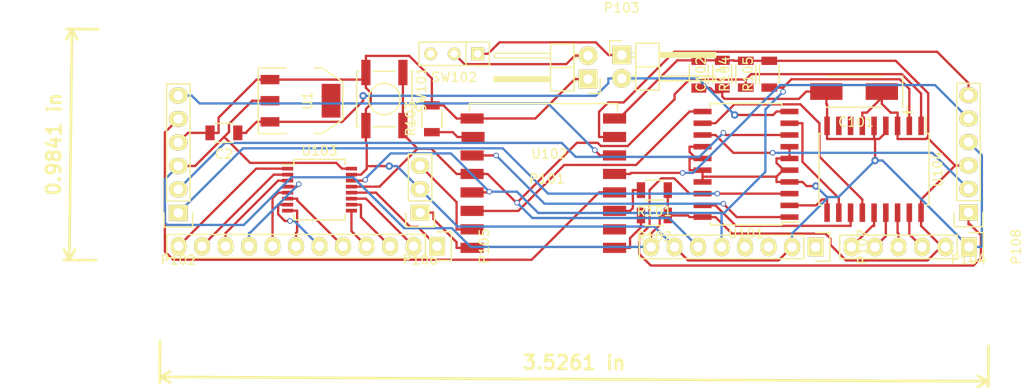
<source format=kicad_pcb>
(kicad_pcb (version 4) (host pcbnew 4.0.2-stable)

  (general
    (links 94)
    (no_connects 0)
    (area 108.463632 66.7762 219.179 111.135597)
    (thickness 1.6)
    (drawings 2)
    (tracks 430)
    (zones 0)
    (modules 24)
    (nets 43)
  )

  (page A4)
  (layers
    (0 F.Cu signal)
    (31 B.Cu signal)
    (32 B.Adhes user)
    (33 F.Adhes user)
    (34 B.Paste user)
    (35 F.Paste user)
    (36 B.SilkS user)
    (37 F.SilkS user)
    (38 B.Mask user)
    (39 F.Mask user)
    (40 Dwgs.User user)
    (41 Cmts.User user)
    (42 Eco1.User user)
    (43 Eco2.User user)
    (44 Edge.Cuts user)
    (45 Margin user)
    (46 B.CrtYd user)
    (47 F.CrtYd user)
    (48 B.Fab user)
    (49 F.Fab user)
  )

  (setup
    (last_trace_width 0.25)
    (trace_clearance 0.3)
    (zone_clearance 0.508)
    (zone_45_only no)
    (trace_min 0.25)
    (segment_width 0.2)
    (edge_width 0.15)
    (via_size 0.6)
    (via_drill 0.4)
    (via_min_size 0.3)
    (via_min_drill 0.3)
    (uvia_size 0.3)
    (uvia_drill 0.1)
    (uvias_allowed yes)
    (uvia_min_size 0.2)
    (uvia_min_drill 0.1)
    (pcb_text_width 0.3)
    (pcb_text_size 1.5 1.5)
    (mod_edge_width 0.15)
    (mod_text_size 1 1)
    (mod_text_width 0.15)
    (pad_size 1.524 1.524)
    (pad_drill 0.762)
    (pad_to_mask_clearance 0.2)
    (aux_axis_origin 0 0)
    (visible_elements FFFFFF7F)
    (pcbplotparams
      (layerselection 0x00030_80000001)
      (usegerberextensions false)
      (excludeedgelayer true)
      (linewidth 0.100000)
      (plotframeref false)
      (viasonmask false)
      (mode 1)
      (useauxorigin false)
      (hpglpennumber 1)
      (hpglpenspeed 20)
      (hpglpendiameter 15)
      (hpglpenoverlay 2)
      (psnegative false)
      (psa4output false)
      (plotreference true)
      (plotvalue true)
      (plotinvisibletext false)
      (padsonsilk false)
      (subtractmaskfromsilk false)
      (outputformat 1)
      (mirror false)
      (drillshape 1)
      (scaleselection 1)
      (outputdirectory ""))
  )

  (net 0 "")
  (net 1 VDD)
  (net 2 GND)
  (net 3 VCC)
  (net 4 "Net-(P101-Pad2)")
  (net 5 M1+)
  (net 6 M1-)
  (net 7 ENC1_A)
  (net 8 ENC1_B)
  (net 9 M2+)
  (net 10 M2-)
  (net 11 ENC2_A)
  (net 12 ENC2_B)
  (net 13 "Net-(P105-Pad1)")
  (net 14 "Net-(P105-Pad2)")
  (net 15 "Net-(P105-Pad3)")
  (net 16 "Net-(P105-Pad4)")
  (net 17 "Net-(P105-Pad5)")
  (net 18 "Net-(P105-Pad6)")
  (net 19 "Net-(P105-Pad7)")
  (net 20 "Net-(P105-Pad8)")
  (net 21 "Net-(P105-Pad9)")
  (net 22 "Net-(P105-Pad10)")
  (net 23 "Net-(P105-Pad11)")
  (net 24 "Net-(P105-Pad12)")
  (net 25 TX)
  (net 26 RX)
  (net 27 SDA)
  (net 28 SCL)
  (net 29 "Net-(R101-Pad2)")
  (net 30 "Net-(R102-Pad2)")
  (net 31 M1_A)
  (net 32 M1_B)
  (net 33 M2_B)
  (net 34 M2_A)
  (net 35 EN1)
  (net 36 EN2)
  (net 37 "Net-(P108-Pad3)")
  (net 38 "Net-(P108-Pad4)")
  (net 39 "Net-(P108-Pad5)")
  (net 40 "Net-(P108-Pad6)")
  (net 41 "Net-(R103-Pad1)")
  (net 42 "Net-(P103-Pad1)")

  (net_class Default "Esta es la clase de red por defecto."
    (clearance 0.3)
    (trace_width 0.25)
    (via_dia 0.6)
    (via_drill 0.4)
    (uvia_dia 0.3)
    (uvia_drill 0.1)
    (add_net EN1)
    (add_net EN2)
    (add_net ENC1_A)
    (add_net ENC1_B)
    (add_net ENC2_A)
    (add_net ENC2_B)
    (add_net M1+)
    (add_net M1-)
    (add_net M1_A)
    (add_net M1_B)
    (add_net M2+)
    (add_net M2-)
    (add_net M2_A)
    (add_net M2_B)
    (add_net "Net-(P101-Pad2)")
    (add_net "Net-(P103-Pad1)")
    (add_net "Net-(P105-Pad1)")
    (add_net "Net-(P105-Pad10)")
    (add_net "Net-(P105-Pad11)")
    (add_net "Net-(P105-Pad12)")
    (add_net "Net-(P105-Pad2)")
    (add_net "Net-(P105-Pad3)")
    (add_net "Net-(P105-Pad4)")
    (add_net "Net-(P105-Pad5)")
    (add_net "Net-(P105-Pad6)")
    (add_net "Net-(P105-Pad7)")
    (add_net "Net-(P105-Pad8)")
    (add_net "Net-(P105-Pad9)")
    (add_net "Net-(P108-Pad3)")
    (add_net "Net-(P108-Pad4)")
    (add_net "Net-(P108-Pad5)")
    (add_net "Net-(P108-Pad6)")
    (add_net "Net-(R101-Pad2)")
    (add_net "Net-(R102-Pad2)")
    (add_net "Net-(R103-Pad1)")
    (add_net RX)
    (add_net SCL)
    (add_net SDA)
    (add_net TX)
  )

  (net_class power ""
    (clearance 0.3)
    (trace_width 0.25)
    (via_dia 0.8)
    (via_drill 0.4)
    (uvia_dia 0.3)
    (uvia_drill 0.1)
    (add_net GND)
    (add_net VCC)
    (add_net VDD)
  )

  (module Pin_Headers:Pin_Header_Angled_1x02 (layer F.Cu) (tedit 5721DD12) (tstamp 57140865)
    (at 171.831 75.7174 180)
    (descr "Through hole pin header")
    (tags "pin header")
    (path /57125BEC)
    (fp_text reference P101 (at 4.445 -10.795 180) (layer F.SilkS)
      (effects (font (size 1 1) (thickness 0.15)))
    )
    (fp_text value CONN_01X02 (at 0 -3.1 180) (layer F.Fab)
      (effects (font (size 1 1) (thickness 0.15)))
    )
    (fp_line (start -1.5 -1.75) (end -1.5 4.3) (layer F.CrtYd) (width 0.05))
    (fp_line (start 10.65 -1.75) (end 10.65 4.3) (layer F.CrtYd) (width 0.05))
    (fp_line (start -1.5 -1.75) (end 10.65 -1.75) (layer F.CrtYd) (width 0.05))
    (fp_line (start -1.5 4.3) (end 10.65 4.3) (layer F.CrtYd) (width 0.05))
    (fp_line (start -1.3 -1.55) (end -1.3 0) (layer F.SilkS) (width 0.15))
    (fp_line (start 0 -1.55) (end -1.3 -1.55) (layer F.SilkS) (width 0.15))
    (fp_line (start 4.191 -0.127) (end 10.033 -0.127) (layer F.SilkS) (width 0.15))
    (fp_line (start 10.033 -0.127) (end 10.033 0.127) (layer F.SilkS) (width 0.15))
    (fp_line (start 10.033 0.127) (end 4.191 0.127) (layer F.SilkS) (width 0.15))
    (fp_line (start 4.191 0.127) (end 4.191 0) (layer F.SilkS) (width 0.15))
    (fp_line (start 4.191 0) (end 10.033 0) (layer F.SilkS) (width 0.15))
    (fp_line (start 1.524 -0.254) (end 1.143 -0.254) (layer F.SilkS) (width 0.15))
    (fp_line (start 1.524 0.254) (end 1.143 0.254) (layer F.SilkS) (width 0.15))
    (fp_line (start 1.524 2.286) (end 1.143 2.286) (layer F.SilkS) (width 0.15))
    (fp_line (start 1.524 2.794) (end 1.143 2.794) (layer F.SilkS) (width 0.15))
    (fp_line (start 1.524 -1.27) (end 4.064 -1.27) (layer F.SilkS) (width 0.15))
    (fp_line (start 1.524 1.27) (end 4.064 1.27) (layer F.SilkS) (width 0.15))
    (fp_line (start 1.524 1.27) (end 1.524 3.81) (layer F.SilkS) (width 0.15))
    (fp_line (start 1.524 3.81) (end 4.064 3.81) (layer F.SilkS) (width 0.15))
    (fp_line (start 4.064 2.286) (end 10.16 2.286) (layer F.SilkS) (width 0.15))
    (fp_line (start 10.16 2.286) (end 10.16 2.794) (layer F.SilkS) (width 0.15))
    (fp_line (start 10.16 2.794) (end 4.064 2.794) (layer F.SilkS) (width 0.15))
    (fp_line (start 4.064 3.81) (end 4.064 1.27) (layer F.SilkS) (width 0.15))
    (fp_line (start 4.064 1.27) (end 4.064 -1.27) (layer F.SilkS) (width 0.15))
    (fp_line (start 10.16 0.254) (end 4.064 0.254) (layer F.SilkS) (width 0.15))
    (fp_line (start 10.16 -0.254) (end 10.16 0.254) (layer F.SilkS) (width 0.15))
    (fp_line (start 4.064 -0.254) (end 10.16 -0.254) (layer F.SilkS) (width 0.15))
    (fp_line (start 1.524 1.27) (end 4.064 1.27) (layer F.SilkS) (width 0.15))
    (fp_line (start 1.524 -1.27) (end 1.524 1.27) (layer F.SilkS) (width 0.15))
    (pad 1 thru_hole rect (at 0 0 180) (size 2.032 2.032) (drill 1.016) (layers *.Cu *.Mask F.SilkS)
      (net 2 GND))
    (pad 2 thru_hole oval (at 0 2.54 180) (size 2.032 2.032) (drill 1.016) (layers *.Cu *.Mask F.SilkS)
      (net 4 "Net-(P101-Pad2)"))
    (model Pin_Headers.3dshapes/Pin_Header_Angled_1x02.wrl
      (at (xyz 0 -0.05 0))
      (scale (xyz 1 1 1))
      (rotate (xyz 0 0 90))
    )
  )

  (module Pin_Headers:Pin_Header_Straight_1x06 (layer F.Cu) (tedit 0) (tstamp 5714087A)
    (at 127.533 90.1954 180)
    (descr "Through hole pin header")
    (tags "pin header")
    (path /57125BDE)
    (fp_text reference P102 (at 0 -5.1 180) (layer F.SilkS)
      (effects (font (size 1 1) (thickness 0.15)))
    )
    (fp_text value CONN_01X06 (at 0 -3.1 180) (layer F.Fab)
      (effects (font (size 1 1) (thickness 0.15)))
    )
    (fp_line (start -1.75 -1.75) (end -1.75 14.45) (layer F.CrtYd) (width 0.05))
    (fp_line (start 1.75 -1.75) (end 1.75 14.45) (layer F.CrtYd) (width 0.05))
    (fp_line (start -1.75 -1.75) (end 1.75 -1.75) (layer F.CrtYd) (width 0.05))
    (fp_line (start -1.75 14.45) (end 1.75 14.45) (layer F.CrtYd) (width 0.05))
    (fp_line (start 1.27 1.27) (end 1.27 13.97) (layer F.SilkS) (width 0.15))
    (fp_line (start 1.27 13.97) (end -1.27 13.97) (layer F.SilkS) (width 0.15))
    (fp_line (start -1.27 13.97) (end -1.27 1.27) (layer F.SilkS) (width 0.15))
    (fp_line (start 1.55 -1.55) (end 1.55 0) (layer F.SilkS) (width 0.15))
    (fp_line (start 1.27 1.27) (end -1.27 1.27) (layer F.SilkS) (width 0.15))
    (fp_line (start -1.55 0) (end -1.55 -1.55) (layer F.SilkS) (width 0.15))
    (fp_line (start -1.55 -1.55) (end 1.55 -1.55) (layer F.SilkS) (width 0.15))
    (pad 1 thru_hole rect (at 0 0 180) (size 2.032 1.7272) (drill 1.016) (layers *.Cu *.Mask F.SilkS)
      (net 5 M1+))
    (pad 2 thru_hole oval (at 0 2.54 180) (size 2.032 1.7272) (drill 1.016) (layers *.Cu *.Mask F.SilkS)
      (net 6 M1-))
    (pad 3 thru_hole oval (at 0 5.08 180) (size 2.032 1.7272) (drill 1.016) (layers *.Cu *.Mask F.SilkS)
      (net 1 VDD))
    (pad 4 thru_hole oval (at 0 7.62 180) (size 2.032 1.7272) (drill 1.016) (layers *.Cu *.Mask F.SilkS)
      (net 2 GND))
    (pad 5 thru_hole oval (at 0 10.16 180) (size 2.032 1.7272) (drill 1.016) (layers *.Cu *.Mask F.SilkS)
      (net 7 ENC1_A))
    (pad 6 thru_hole oval (at 0 12.7 180) (size 2.032 1.7272) (drill 1.016) (layers *.Cu *.Mask F.SilkS)
      (net 8 ENC1_B))
    (model Pin_Headers.3dshapes/Pin_Header_Straight_1x06.wrl
      (at (xyz 0 -0.25 0))
      (scale (xyz 1 1 1))
      (rotate (xyz 0 0 90))
    )
  )

  (module Pin_Headers:Pin_Header_Angled_1x02 (layer F.Cu) (tedit 0) (tstamp 5714089D)
    (at 175.463 73.1012)
    (descr "Through hole pin header")
    (tags "pin header")
    (path /57125BEB)
    (fp_text reference P103 (at 0 -5.1) (layer F.SilkS)
      (effects (font (size 1 1) (thickness 0.15)))
    )
    (fp_text value CONN_01X02 (at 0 -3.1) (layer F.Fab)
      (effects (font (size 1 1) (thickness 0.15)))
    )
    (fp_line (start -1.5 -1.75) (end -1.5 4.3) (layer F.CrtYd) (width 0.05))
    (fp_line (start 10.65 -1.75) (end 10.65 4.3) (layer F.CrtYd) (width 0.05))
    (fp_line (start -1.5 -1.75) (end 10.65 -1.75) (layer F.CrtYd) (width 0.05))
    (fp_line (start -1.5 4.3) (end 10.65 4.3) (layer F.CrtYd) (width 0.05))
    (fp_line (start -1.3 -1.55) (end -1.3 0) (layer F.SilkS) (width 0.15))
    (fp_line (start 0 -1.55) (end -1.3 -1.55) (layer F.SilkS) (width 0.15))
    (fp_line (start 4.191 -0.127) (end 10.033 -0.127) (layer F.SilkS) (width 0.15))
    (fp_line (start 10.033 -0.127) (end 10.033 0.127) (layer F.SilkS) (width 0.15))
    (fp_line (start 10.033 0.127) (end 4.191 0.127) (layer F.SilkS) (width 0.15))
    (fp_line (start 4.191 0.127) (end 4.191 0) (layer F.SilkS) (width 0.15))
    (fp_line (start 4.191 0) (end 10.033 0) (layer F.SilkS) (width 0.15))
    (fp_line (start 1.524 -0.254) (end 1.143 -0.254) (layer F.SilkS) (width 0.15))
    (fp_line (start 1.524 0.254) (end 1.143 0.254) (layer F.SilkS) (width 0.15))
    (fp_line (start 1.524 2.286) (end 1.143 2.286) (layer F.SilkS) (width 0.15))
    (fp_line (start 1.524 2.794) (end 1.143 2.794) (layer F.SilkS) (width 0.15))
    (fp_line (start 1.524 -1.27) (end 4.064 -1.27) (layer F.SilkS) (width 0.15))
    (fp_line (start 1.524 1.27) (end 4.064 1.27) (layer F.SilkS) (width 0.15))
    (fp_line (start 1.524 1.27) (end 1.524 3.81) (layer F.SilkS) (width 0.15))
    (fp_line (start 1.524 3.81) (end 4.064 3.81) (layer F.SilkS) (width 0.15))
    (fp_line (start 4.064 2.286) (end 10.16 2.286) (layer F.SilkS) (width 0.15))
    (fp_line (start 10.16 2.286) (end 10.16 2.794) (layer F.SilkS) (width 0.15))
    (fp_line (start 10.16 2.794) (end 4.064 2.794) (layer F.SilkS) (width 0.15))
    (fp_line (start 4.064 3.81) (end 4.064 1.27) (layer F.SilkS) (width 0.15))
    (fp_line (start 4.064 1.27) (end 4.064 -1.27) (layer F.SilkS) (width 0.15))
    (fp_line (start 10.16 0.254) (end 4.064 0.254) (layer F.SilkS) (width 0.15))
    (fp_line (start 10.16 -0.254) (end 10.16 0.254) (layer F.SilkS) (width 0.15))
    (fp_line (start 4.064 -0.254) (end 10.16 -0.254) (layer F.SilkS) (width 0.15))
    (fp_line (start 1.524 1.27) (end 4.064 1.27) (layer F.SilkS) (width 0.15))
    (fp_line (start 1.524 -1.27) (end 1.524 1.27) (layer F.SilkS) (width 0.15))
    (pad 1 thru_hole rect (at 0 0) (size 2.032 2.032) (drill 1.016) (layers *.Cu *.Mask F.SilkS)
      (net 42 "Net-(P103-Pad1)"))
    (pad 2 thru_hole oval (at 0 2.54) (size 2.032 2.032) (drill 1.016) (layers *.Cu *.Mask F.SilkS)
      (net 3 VCC))
    (model Pin_Headers.3dshapes/Pin_Header_Angled_1x02.wrl
      (at (xyz 0 -0.05 0))
      (scale (xyz 1 1 1))
      (rotate (xyz 0 0 90))
    )
  )

  (module Pin_Headers:Pin_Header_Straight_1x06 (layer F.Cu) (tedit 0) (tstamp 571408B2)
    (at 212.954 90.1446 180)
    (descr "Through hole pin header")
    (tags "pin header")
    (path /57125BDD)
    (fp_text reference P104 (at 0 -5.1 180) (layer F.SilkS)
      (effects (font (size 1 1) (thickness 0.15)))
    )
    (fp_text value CONN_01X06 (at 0 -3.1 180) (layer F.Fab)
      (effects (font (size 1 1) (thickness 0.15)))
    )
    (fp_line (start -1.75 -1.75) (end -1.75 14.45) (layer F.CrtYd) (width 0.05))
    (fp_line (start 1.75 -1.75) (end 1.75 14.45) (layer F.CrtYd) (width 0.05))
    (fp_line (start -1.75 -1.75) (end 1.75 -1.75) (layer F.CrtYd) (width 0.05))
    (fp_line (start -1.75 14.45) (end 1.75 14.45) (layer F.CrtYd) (width 0.05))
    (fp_line (start 1.27 1.27) (end 1.27 13.97) (layer F.SilkS) (width 0.15))
    (fp_line (start 1.27 13.97) (end -1.27 13.97) (layer F.SilkS) (width 0.15))
    (fp_line (start -1.27 13.97) (end -1.27 1.27) (layer F.SilkS) (width 0.15))
    (fp_line (start 1.55 -1.55) (end 1.55 0) (layer F.SilkS) (width 0.15))
    (fp_line (start 1.27 1.27) (end -1.27 1.27) (layer F.SilkS) (width 0.15))
    (fp_line (start -1.55 0) (end -1.55 -1.55) (layer F.SilkS) (width 0.15))
    (fp_line (start -1.55 -1.55) (end 1.55 -1.55) (layer F.SilkS) (width 0.15))
    (pad 1 thru_hole rect (at 0 0 180) (size 2.032 1.7272) (drill 1.016) (layers *.Cu *.Mask F.SilkS)
      (net 9 M2+))
    (pad 2 thru_hole oval (at 0 2.54 180) (size 2.032 1.7272) (drill 1.016) (layers *.Cu *.Mask F.SilkS)
      (net 10 M2-))
    (pad 3 thru_hole oval (at 0 5.08 180) (size 2.032 1.7272) (drill 1.016) (layers *.Cu *.Mask F.SilkS)
      (net 1 VDD))
    (pad 4 thru_hole oval (at 0 7.62 180) (size 2.032 1.7272) (drill 1.016) (layers *.Cu *.Mask F.SilkS)
      (net 2 GND))
    (pad 5 thru_hole oval (at 0 10.16 180) (size 2.032 1.7272) (drill 1.016) (layers *.Cu *.Mask F.SilkS)
      (net 11 ENC2_A))
    (pad 6 thru_hole oval (at 0 12.7 180) (size 2.032 1.7272) (drill 1.016) (layers *.Cu *.Mask F.SilkS)
      (net 12 ENC2_B))
    (model Pin_Headers.3dshapes/Pin_Header_Straight_1x06.wrl
      (at (xyz 0 -0.25 0))
      (scale (xyz 1 1 1))
      (rotate (xyz 0 0 90))
    )
  )

  (module Pin_Headers:Pin_Header_Straight_1x12 (layer F.Cu) (tedit 0) (tstamp 571408CD)
    (at 155.499 93.8022 270)
    (descr "Through hole pin header")
    (tags "pin header")
    (path /57125BDF)
    (fp_text reference P105 (at 0 -5.1 270) (layer F.SilkS)
      (effects (font (size 1 1) (thickness 0.15)))
    )
    (fp_text value CONN_01X12 (at 0 -3.1 270) (layer F.Fab)
      (effects (font (size 1 1) (thickness 0.15)))
    )
    (fp_line (start -1.75 -1.75) (end -1.75 29.7) (layer F.CrtYd) (width 0.05))
    (fp_line (start 1.75 -1.75) (end 1.75 29.7) (layer F.CrtYd) (width 0.05))
    (fp_line (start -1.75 -1.75) (end 1.75 -1.75) (layer F.CrtYd) (width 0.05))
    (fp_line (start -1.75 29.7) (end 1.75 29.7) (layer F.CrtYd) (width 0.05))
    (fp_line (start 1.27 1.27) (end 1.27 29.21) (layer F.SilkS) (width 0.15))
    (fp_line (start 1.27 29.21) (end -1.27 29.21) (layer F.SilkS) (width 0.15))
    (fp_line (start -1.27 29.21) (end -1.27 1.27) (layer F.SilkS) (width 0.15))
    (fp_line (start 1.55 -1.55) (end 1.55 0) (layer F.SilkS) (width 0.15))
    (fp_line (start 1.27 1.27) (end -1.27 1.27) (layer F.SilkS) (width 0.15))
    (fp_line (start -1.55 0) (end -1.55 -1.55) (layer F.SilkS) (width 0.15))
    (fp_line (start -1.55 -1.55) (end 1.55 -1.55) (layer F.SilkS) (width 0.15))
    (pad 1 thru_hole rect (at 0 0 270) (size 2.032 1.7272) (drill 1.016) (layers *.Cu *.Mask F.SilkS)
      (net 13 "Net-(P105-Pad1)"))
    (pad 2 thru_hole oval (at 0 2.54 270) (size 2.032 1.7272) (drill 1.016) (layers *.Cu *.Mask F.SilkS)
      (net 14 "Net-(P105-Pad2)"))
    (pad 3 thru_hole oval (at 0 5.08 270) (size 2.032 1.7272) (drill 1.016) (layers *.Cu *.Mask F.SilkS)
      (net 15 "Net-(P105-Pad3)"))
    (pad 4 thru_hole oval (at 0 7.62 270) (size 2.032 1.7272) (drill 1.016) (layers *.Cu *.Mask F.SilkS)
      (net 16 "Net-(P105-Pad4)"))
    (pad 5 thru_hole oval (at 0 10.16 270) (size 2.032 1.7272) (drill 1.016) (layers *.Cu *.Mask F.SilkS)
      (net 17 "Net-(P105-Pad5)"))
    (pad 6 thru_hole oval (at 0 12.7 270) (size 2.032 1.7272) (drill 1.016) (layers *.Cu *.Mask F.SilkS)
      (net 18 "Net-(P105-Pad6)"))
    (pad 7 thru_hole oval (at 0 15.24 270) (size 2.032 1.7272) (drill 1.016) (layers *.Cu *.Mask F.SilkS)
      (net 19 "Net-(P105-Pad7)"))
    (pad 8 thru_hole oval (at 0 17.78 270) (size 2.032 1.7272) (drill 1.016) (layers *.Cu *.Mask F.SilkS)
      (net 20 "Net-(P105-Pad8)"))
    (pad 9 thru_hole oval (at 0 20.32 270) (size 2.032 1.7272) (drill 1.016) (layers *.Cu *.Mask F.SilkS)
      (net 21 "Net-(P105-Pad9)"))
    (pad 10 thru_hole oval (at 0 22.86 270) (size 2.032 1.7272) (drill 1.016) (layers *.Cu *.Mask F.SilkS)
      (net 22 "Net-(P105-Pad10)"))
    (pad 11 thru_hole oval (at 0 25.4 270) (size 2.032 1.7272) (drill 1.016) (layers *.Cu *.Mask F.SilkS)
      (net 23 "Net-(P105-Pad11)"))
    (pad 12 thru_hole oval (at 0 27.94 270) (size 2.032 1.7272) (drill 1.016) (layers *.Cu *.Mask F.SilkS)
      (net 24 "Net-(P105-Pad12)"))
    (model Pin_Headers.3dshapes/Pin_Header_Straight_1x12.wrl
      (at (xyz 0 -0.55 0))
      (scale (xyz 1 1 1))
      (rotate (xyz 0 0 90))
    )
  )

  (module Pin_Headers:Pin_Header_Straight_1x03 (layer F.Cu) (tedit 0) (tstamp 571408DF)
    (at 153.67 90.17 180)
    (descr "Through hole pin header")
    (tags "pin header")
    (path /571460B6)
    (fp_text reference P106 (at 0 -5.1 180) (layer F.SilkS)
      (effects (font (size 1 1) (thickness 0.15)))
    )
    (fp_text value CONN_01X03 (at 0 -3.1 180) (layer F.Fab)
      (effects (font (size 1 1) (thickness 0.15)))
    )
    (fp_line (start -1.75 -1.75) (end -1.75 6.85) (layer F.CrtYd) (width 0.05))
    (fp_line (start 1.75 -1.75) (end 1.75 6.85) (layer F.CrtYd) (width 0.05))
    (fp_line (start -1.75 -1.75) (end 1.75 -1.75) (layer F.CrtYd) (width 0.05))
    (fp_line (start -1.75 6.85) (end 1.75 6.85) (layer F.CrtYd) (width 0.05))
    (fp_line (start -1.27 1.27) (end -1.27 6.35) (layer F.SilkS) (width 0.15))
    (fp_line (start -1.27 6.35) (end 1.27 6.35) (layer F.SilkS) (width 0.15))
    (fp_line (start 1.27 6.35) (end 1.27 1.27) (layer F.SilkS) (width 0.15))
    (fp_line (start 1.55 -1.55) (end 1.55 0) (layer F.SilkS) (width 0.15))
    (fp_line (start 1.27 1.27) (end -1.27 1.27) (layer F.SilkS) (width 0.15))
    (fp_line (start -1.55 0) (end -1.55 -1.55) (layer F.SilkS) (width 0.15))
    (fp_line (start -1.55 -1.55) (end 1.55 -1.55) (layer F.SilkS) (width 0.15))
    (pad 1 thru_hole rect (at 0 0 180) (size 2.032 1.7272) (drill 1.016) (layers *.Cu *.Mask F.SilkS)
      (net 25 TX))
    (pad 2 thru_hole oval (at 0 2.54 180) (size 2.032 1.7272) (drill 1.016) (layers *.Cu *.Mask F.SilkS)
      (net 2 GND))
    (pad 3 thru_hole oval (at 0 5.08 180) (size 2.032 1.7272) (drill 1.016) (layers *.Cu *.Mask F.SilkS)
      (net 26 RX))
    (model Pin_Headers.3dshapes/Pin_Header_Straight_1x03.wrl
      (at (xyz 0 -0.1 0))
      (scale (xyz 1 1 1))
      (rotate (xyz 0 0 90))
    )
  )

  (module Pin_Headers:Pin_Header_Straight_1x08 (layer F.Cu) (tedit 0) (tstamp 57140908)
    (at 196.418 93.8784 270)
    (descr "Through hole pin header")
    (tags "pin header")
    (path /5713D03F)
    (fp_text reference P107 (at 0 -5.1 270) (layer F.SilkS)
      (effects (font (size 1 1) (thickness 0.15)))
    )
    (fp_text value CONN_I2C_MPU6050 (at 0 -3.1 270) (layer F.Fab)
      (effects (font (size 1 1) (thickness 0.15)))
    )
    (fp_line (start -1.75 -1.75) (end -1.75 19.55) (layer F.CrtYd) (width 0.05))
    (fp_line (start 1.75 -1.75) (end 1.75 19.55) (layer F.CrtYd) (width 0.05))
    (fp_line (start -1.75 -1.75) (end 1.75 -1.75) (layer F.CrtYd) (width 0.05))
    (fp_line (start -1.75 19.55) (end 1.75 19.55) (layer F.CrtYd) (width 0.05))
    (fp_line (start 1.27 1.27) (end 1.27 19.05) (layer F.SilkS) (width 0.15))
    (fp_line (start 1.27 19.05) (end -1.27 19.05) (layer F.SilkS) (width 0.15))
    (fp_line (start -1.27 19.05) (end -1.27 1.27) (layer F.SilkS) (width 0.15))
    (fp_line (start 1.55 -1.55) (end 1.55 0) (layer F.SilkS) (width 0.15))
    (fp_line (start 1.27 1.27) (end -1.27 1.27) (layer F.SilkS) (width 0.15))
    (fp_line (start -1.55 0) (end -1.55 -1.55) (layer F.SilkS) (width 0.15))
    (fp_line (start -1.55 -1.55) (end 1.55 -1.55) (layer F.SilkS) (width 0.15))
    (pad 1 thru_hole rect (at 0 0 270) (size 2.032 1.7272) (drill 1.016) (layers *.Cu *.Mask F.SilkS))
    (pad 2 thru_hole oval (at 0 2.54 270) (size 2.032 1.7272) (drill 1.016) (layers *.Cu *.Mask F.SilkS)
      (net 2 GND))
    (pad 3 thru_hole oval (at 0 5.08 270) (size 2.032 1.7272) (drill 1.016) (layers *.Cu *.Mask F.SilkS))
    (pad 4 thru_hole oval (at 0 7.62 270) (size 2.032 1.7272) (drill 1.016) (layers *.Cu *.Mask F.SilkS))
    (pad 5 thru_hole oval (at 0 10.16 270) (size 2.032 1.7272) (drill 1.016) (layers *.Cu *.Mask F.SilkS)
      (net 27 SDA))
    (pad 6 thru_hole oval (at 0 12.7 270) (size 2.032 1.7272) (drill 1.016) (layers *.Cu *.Mask F.SilkS)
      (net 28 SCL))
    (pad 7 thru_hole oval (at 0 15.24 270) (size 2.032 1.7272) (drill 1.016) (layers *.Cu *.Mask F.SilkS)
      (net 2 GND))
    (pad 8 thru_hole oval (at 0 17.78 270) (size 2.032 1.7272) (drill 1.016) (layers *.Cu *.Mask F.SilkS)
      (net 1 VDD))
    (model Pin_Headers.3dshapes/Pin_Header_Straight_1x08.wrl
      (at (xyz 0 -0.35 0))
      (scale (xyz 1 1 1))
      (rotate (xyz 0 0 90))
    )
  )

  (module TO_SOT_Packages_SMD:SOT-223 (layer F.Cu) (tedit 0) (tstamp 57140998)
    (at 140.741 78.0542 270)
    (descr "module CMS SOT223 4 pins")
    (tags "CMS SOT")
    (path /57126BEE/57126C2F)
    (attr smd)
    (fp_text reference U1 (at 0 -0.762 270) (layer F.SilkS)
      (effects (font (size 1 1) (thickness 0.15)))
    )
    (fp_text value LD1117S33TR (at 0 0.762 270) (layer F.Fab)
      (effects (font (size 1 1) (thickness 0.15)))
    )
    (fp_line (start -3.556 1.524) (end -3.556 4.572) (layer F.SilkS) (width 0.15))
    (fp_line (start -3.556 4.572) (end 3.556 4.572) (layer F.SilkS) (width 0.15))
    (fp_line (start 3.556 4.572) (end 3.556 1.524) (layer F.SilkS) (width 0.15))
    (fp_line (start -3.556 -1.524) (end -3.556 -2.286) (layer F.SilkS) (width 0.15))
    (fp_line (start -3.556 -2.286) (end -2.032 -4.572) (layer F.SilkS) (width 0.15))
    (fp_line (start -2.032 -4.572) (end 2.032 -4.572) (layer F.SilkS) (width 0.15))
    (fp_line (start 2.032 -4.572) (end 3.556 -2.286) (layer F.SilkS) (width 0.15))
    (fp_line (start 3.556 -2.286) (end 3.556 -1.524) (layer F.SilkS) (width 0.15))
    (pad 4 smd rect (at 0 -3.302 270) (size 3.6576 2.032) (layers F.Cu F.Paste F.Mask))
    (pad 2 smd rect (at 0 3.302 270) (size 1.016 2.032) (layers F.Cu F.Paste F.Mask)
      (net 1 VDD))
    (pad 3 smd rect (at 2.286 3.302 270) (size 1.016 2.032) (layers F.Cu F.Paste F.Mask)
      (net 3 VCC))
    (pad 1 smd rect (at -2.286 3.302 270) (size 1.016 2.032) (layers F.Cu F.Paste F.Mask)
      (net 2 GND))
    (model TO_SOT_Packages_SMD.3dshapes/SOT-223.wrl
      (at (xyz 0 0 0))
      (scale (xyz 0.4 0.4 0.4))
      (rotate (xyz 0 0 0))
    )
  )

  (module Housings_SOIC:SOIC-20_7.5x12.8mm_Pitch1.27mm (layer F.Cu) (tedit 54130A77) (tstamp 571409BB)
    (at 188.9 84.9376 180)
    (descr "20-Lead Plastic Small Outline (SO) - Wide, 7.50 mm Body [SOIC] (see Microchip Packaging Specification 00000049BS.pdf)")
    (tags "SOIC 1.27")
    (path /5714092A)
    (attr smd)
    (fp_text reference U101 (at 0 -7.5 180) (layer F.SilkS)
      (effects (font (size 1 1) (thickness 0.15)))
    )
    (fp_text value L293DD (at 0 7.5 180) (layer F.Fab)
      (effects (font (size 1 1) (thickness 0.15)))
    )
    (fp_line (start -5.95 -6.75) (end -5.95 6.75) (layer F.CrtYd) (width 0.05))
    (fp_line (start 5.95 -6.75) (end 5.95 6.75) (layer F.CrtYd) (width 0.05))
    (fp_line (start -5.95 -6.75) (end 5.95 -6.75) (layer F.CrtYd) (width 0.05))
    (fp_line (start -5.95 6.75) (end 5.95 6.75) (layer F.CrtYd) (width 0.05))
    (fp_line (start -3.875 -6.575) (end -3.875 -6.24) (layer F.SilkS) (width 0.15))
    (fp_line (start 3.875 -6.575) (end 3.875 -6.24) (layer F.SilkS) (width 0.15))
    (fp_line (start 3.875 6.575) (end 3.875 6.24) (layer F.SilkS) (width 0.15))
    (fp_line (start -3.875 6.575) (end -3.875 6.24) (layer F.SilkS) (width 0.15))
    (fp_line (start -3.875 -6.575) (end 3.875 -6.575) (layer F.SilkS) (width 0.15))
    (fp_line (start -3.875 6.575) (end 3.875 6.575) (layer F.SilkS) (width 0.15))
    (fp_line (start -3.875 -6.24) (end -5.675 -6.24) (layer F.SilkS) (width 0.15))
    (pad 1 smd rect (at -4.7 -5.715 180) (size 1.95 0.6) (layers F.Cu F.Paste F.Mask)
      (net 35 EN1))
    (pad 2 smd rect (at -4.7 -4.445 180) (size 1.95 0.6) (layers F.Cu F.Paste F.Mask)
      (net 31 M1_A))
    (pad 3 smd rect (at -4.7 -3.175 180) (size 1.95 0.6) (layers F.Cu F.Paste F.Mask)
      (net 5 M1+))
    (pad 4 smd rect (at -4.7 -1.905 180) (size 1.95 0.6) (layers F.Cu F.Paste F.Mask)
      (net 2 GND))
    (pad 5 smd rect (at -4.7 -0.635 180) (size 1.95 0.6) (layers F.Cu F.Paste F.Mask)
      (net 2 GND))
    (pad 6 smd rect (at -4.7 0.635 180) (size 1.95 0.6) (layers F.Cu F.Paste F.Mask)
      (net 2 GND))
    (pad 7 smd rect (at -4.7 1.905 180) (size 1.95 0.6) (layers F.Cu F.Paste F.Mask)
      (net 2 GND))
    (pad 8 smd rect (at -4.7 3.175 180) (size 1.95 0.6) (layers F.Cu F.Paste F.Mask)
      (net 6 M1-))
    (pad 9 smd rect (at -4.7 4.445 180) (size 1.95 0.6) (layers F.Cu F.Paste F.Mask)
      (net 32 M1_B))
    (pad 10 smd rect (at -4.7 5.715 180) (size 1.95 0.6) (layers F.Cu F.Paste F.Mask)
      (net 3 VCC))
    (pad 11 smd rect (at 4.7 5.715 180) (size 1.95 0.6) (layers F.Cu F.Paste F.Mask)
      (net 36 EN2))
    (pad 12 smd rect (at 4.7 4.445 180) (size 1.95 0.6) (layers F.Cu F.Paste F.Mask)
      (net 33 M2_B))
    (pad 13 smd rect (at 4.7 3.175 180) (size 1.95 0.6) (layers F.Cu F.Paste F.Mask)
      (net 10 M2-))
    (pad 14 smd rect (at 4.7 1.905 180) (size 1.95 0.6) (layers F.Cu F.Paste F.Mask)
      (net 2 GND))
    (pad 15 smd rect (at 4.7 0.635 180) (size 1.95 0.6) (layers F.Cu F.Paste F.Mask)
      (net 2 GND))
    (pad 16 smd rect (at 4.7 -0.635 180) (size 1.95 0.6) (layers F.Cu F.Paste F.Mask)
      (net 2 GND))
    (pad 17 smd rect (at 4.7 -1.905 180) (size 1.95 0.6) (layers F.Cu F.Paste F.Mask)
      (net 2 GND))
    (pad 18 smd rect (at 4.7 -3.175 180) (size 1.95 0.6) (layers F.Cu F.Paste F.Mask)
      (net 9 M2+))
    (pad 19 smd rect (at 4.7 -4.445 180) (size 1.95 0.6) (layers F.Cu F.Paste F.Mask)
      (net 34 M2_A))
    (pad 20 smd rect (at 4.7 -5.715 180) (size 1.95 0.6) (layers F.Cu F.Paste F.Mask)
      (net 1 VDD))
    (model Housings_SOIC.3dshapes/SOIC-20_7.5x12.8mm_Pitch1.27mm.wrl
      (at (xyz 0 0 0))
      (scale (xyz 1 1 1))
      (rotate (xyz 0 0 0))
    )
  )

  (module ESP8266:ESP-12 (layer F.Cu) (tedit 5721DD2A) (tstamp 571409E3)
    (at 173.99 93.98 180)
    (descr "Module, ESP-8266, ESP-12, 16 pad, SMD")
    (tags "Module ESP-8266 ESP8266")
    (path /57125BD1)
    (fp_text reference U102 (at 6.35 10.16 180) (layer F.SilkS)
      (effects (font (size 1 1) (thickness 0.15)))
    )
    (fp_text value ESP-12 (at 6.992 1 180) (layer F.Fab)
      (effects (font (size 1 1) (thickness 0.15)))
    )
    (fp_line (start -2.25 -0.5) (end -2.25 -8.75) (layer F.CrtYd) (width 0.05))
    (fp_line (start -2.25 -8.75) (end 15.25 -8.75) (layer F.CrtYd) (width 0.05))
    (fp_line (start 15.25 -8.75) (end 16.25 -8.75) (layer F.CrtYd) (width 0.05))
    (fp_line (start 16.25 -8.75) (end 16.25 16) (layer F.CrtYd) (width 0.05))
    (fp_line (start 16.25 16) (end -2.25 16) (layer F.CrtYd) (width 0.05))
    (fp_line (start -2.25 16) (end -2.25 -0.5) (layer F.CrtYd) (width 0.05))
    (fp_line (start -1.016 -8.382) (end 14.986 -8.382) (layer F.CrtYd) (width 0.1524))
    (fp_line (start 14.986 -8.382) (end 14.986 -0.889) (layer F.CrtYd) (width 0.1524))
    (fp_line (start -1.016 -8.382) (end -1.016 -1.016) (layer F.CrtYd) (width 0.1524))
    (fp_line (start -1.016 14.859) (end -1.016 15.621) (layer F.SilkS) (width 0.1524))
    (fp_line (start -1.016 15.621) (end 14.986 15.621) (layer F.SilkS) (width 0.1524))
    (fp_line (start 14.986 15.621) (end 14.986 14.859) (layer F.SilkS) (width 0.1524))
    (fp_line (start 14.992 -8.4) (end -1.008 -2.6) (layer F.CrtYd) (width 0.1524))
    (fp_line (start -1.008 -8.4) (end 14.992 -2.6) (layer F.CrtYd) (width 0.1524))
    (fp_text user "No Copper" (at 6.892 -5.4 180) (layer F.CrtYd)
      (effects (font (size 1 1) (thickness 0.15)))
    )
    (fp_line (start -1.008 -2.6) (end 14.992 -2.6) (layer F.CrtYd) (width 0.1524))
    (fp_line (start 15 -8.4) (end 15 15.6) (layer F.Fab) (width 0.05))
    (fp_line (start 14.992 15.6) (end -1.008 15.6) (layer F.Fab) (width 0.05))
    (fp_line (start -1.008 15.6) (end -1.008 -8.4) (layer F.Fab) (width 0.05))
    (fp_line (start -1.008 -8.4) (end 14.992 -8.4) (layer F.Fab) (width 0.05))
    (pad 1 smd rect (at 0 0 180) (size 2.5 1.1) (drill (offset -0.7 0)) (layers F.Cu F.Paste F.Mask)
      (net 30 "Net-(R102-Pad2)"))
    (pad 2 smd rect (at 0 2 180) (size 2.5 1.1) (drill (offset -0.7 0)) (layers F.Cu F.Paste F.Mask))
    (pad 3 smd rect (at 0 4 180) (size 2.5 1.1) (drill (offset -0.7 0)) (layers F.Cu F.Paste F.Mask)
      (net 29 "Net-(R101-Pad2)"))
    (pad 4 smd rect (at 0 6 180) (size 2.5 1.1) (drill (offset -0.7 0)) (layers F.Cu F.Paste F.Mask)
      (net 7 ENC1_A))
    (pad 5 smd rect (at 0 8 180) (size 2.5 1.1) (drill (offset -0.7 0)) (layers F.Cu F.Paste F.Mask)
      (net 11 ENC2_A))
    (pad 6 smd rect (at 0 10 180) (size 2.5 1.1) (drill (offset -0.7 0)) (layers F.Cu F.Paste F.Mask)
      (net 8 ENC1_B))
    (pad 7 smd rect (at 0 12 180) (size 2.5 1.1) (drill (offset -0.7 0)) (layers F.Cu F.Paste F.Mask)
      (net 12 ENC2_B))
    (pad 8 smd rect (at 0 14 180) (size 2.5 1.1) (drill (offset -0.7 0)) (layers F.Cu F.Paste F.Mask)
      (net 1 VDD))
    (pad 9 smd rect (at 14 14 180) (size 2.5 1.1) (drill (offset 0.7 0)) (layers F.Cu F.Paste F.Mask)
      (net 2 GND))
    (pad 10 smd rect (at 14 12 180) (size 2.5 1.1) (drill (offset 0.6 0)) (layers F.Cu F.Paste F.Mask)
      (net 41 "Net-(R103-Pad1)"))
    (pad 11 smd rect (at 14 10 180) (size 2.5 1.1) (drill (offset 0.7 0)) (layers F.Cu F.Paste F.Mask)
      (net 35 EN1))
    (pad 12 smd rect (at 14 8 180) (size 2.5 1.1) (drill (offset 0.7 0)) (layers F.Cu F.Paste F.Mask)
      (net 28 SCL))
    (pad 13 smd rect (at 14 6 180) (size 2.5 1.1) (drill (offset 0.7 0)) (layers F.Cu F.Paste F.Mask)
      (net 27 SDA))
    (pad 14 smd rect (at 14 4 180) (size 2.5 1.1) (drill (offset 0.7 0)) (layers F.Cu F.Paste F.Mask)
      (net 36 EN2))
    (pad 15 smd rect (at 14 2 180) (size 2.5 1.1) (drill (offset 0.7 0)) (layers F.Cu F.Paste F.Mask)
      (net 26 RX))
    (pad 16 smd rect (at 14 0 180) (size 2.5 1.1) (drill (offset 0.7 0)) (layers F.Cu F.Paste F.Mask)
      (net 25 TX))
    (model ${ESPLIB}/ESP8266.3dshapes/ESP-12.wrl
      (at (xyz 0 0 0))
      (scale (xyz 0.3937 0.3937 0.3937))
      (rotate (xyz 0 0 0))
    )
  )

  (module Housings_SOIC:SOIC-18_7.5x11.6mm_Pitch1.27mm (layer F.Cu) (tedit 54130A77) (tstamp 57140A1E)
    (at 202.743 85.471 270)
    (descr "18-Lead Plastic Small Outline (SO) - Wide, 7.50 mm Body [SOIC] (see Microchip Packaging Specification 00000049BS.pdf)")
    (tags "SOIC 1.27")
    (path /57125BD4)
    (attr smd)
    (fp_text reference U104 (at 0 -6.875 270) (layer F.SilkS)
      (effects (font (size 1 1) (thickness 0.15)))
    )
    (fp_text value MCP23008 (at 0 6.875 270) (layer F.Fab)
      (effects (font (size 1 1) (thickness 0.15)))
    )
    (fp_line (start -5.95 -6.15) (end -5.95 6.15) (layer F.CrtYd) (width 0.05))
    (fp_line (start 5.95 -6.15) (end 5.95 6.15) (layer F.CrtYd) (width 0.05))
    (fp_line (start -5.95 -6.15) (end 5.95 -6.15) (layer F.CrtYd) (width 0.05))
    (fp_line (start -5.95 6.15) (end 5.95 6.15) (layer F.CrtYd) (width 0.05))
    (fp_line (start -3.875 -5.95) (end -3.875 -5.605) (layer F.SilkS) (width 0.15))
    (fp_line (start 3.875 -5.95) (end 3.875 -5.605) (layer F.SilkS) (width 0.15))
    (fp_line (start 3.875 5.95) (end 3.875 5.605) (layer F.SilkS) (width 0.15))
    (fp_line (start -3.875 5.95) (end -3.875 5.605) (layer F.SilkS) (width 0.15))
    (fp_line (start -3.875 -5.95) (end 3.875 -5.95) (layer F.SilkS) (width 0.15))
    (fp_line (start -3.875 5.95) (end 3.875 5.95) (layer F.SilkS) (width 0.15))
    (fp_line (start -3.875 -5.605) (end -5.7 -5.605) (layer F.SilkS) (width 0.15))
    (pad 1 smd rect (at -4.7 -5.08 270) (size 2 0.6) (layers F.Cu F.Paste F.Mask)
      (net 28 SCL))
    (pad 2 smd rect (at -4.7 -3.81 270) (size 2 0.6) (layers F.Cu F.Paste F.Mask)
      (net 27 SDA))
    (pad 3 smd rect (at -4.7 -2.54 270) (size 2 0.6) (layers F.Cu F.Paste F.Mask)
      (net 1 VDD))
    (pad 4 smd rect (at -4.7 -1.27 270) (size 2 0.6) (layers F.Cu F.Paste F.Mask)
      (net 2 GND))
    (pad 5 smd rect (at -4.7 0 270) (size 2 0.6) (layers F.Cu F.Paste F.Mask)
      (net 2 GND))
    (pad 6 smd rect (at -4.7 1.27 270) (size 2 0.6) (layers F.Cu F.Paste F.Mask)
      (net 1 VDD))
    (pad 7 smd rect (at -4.7 2.54 270) (size 2 0.6) (layers F.Cu F.Paste F.Mask))
    (pad 8 smd rect (at -4.7 3.81 270) (size 2 0.6) (layers F.Cu F.Paste F.Mask))
    (pad 9 smd rect (at -4.7 5.08 270) (size 2 0.6) (layers F.Cu F.Paste F.Mask)
      (net 2 GND))
    (pad 10 smd rect (at 4.7 5.08 270) (size 2 0.6) (layers F.Cu F.Paste F.Mask)
      (net 31 M1_A))
    (pad 11 smd rect (at 4.7 3.81 270) (size 2 0.6) (layers F.Cu F.Paste F.Mask)
      (net 32 M1_B))
    (pad 12 smd rect (at 4.7 2.54 270) (size 2 0.6) (layers F.Cu F.Paste F.Mask)
      (net 34 M2_A))
    (pad 13 smd rect (at 4.7 1.27 270) (size 2 0.6) (layers F.Cu F.Paste F.Mask)
      (net 33 M2_B))
    (pad 14 smd rect (at 4.7 0 270) (size 2 0.6) (layers F.Cu F.Paste F.Mask)
      (net 40 "Net-(P108-Pad6)"))
    (pad 15 smd rect (at 4.7 -1.27 270) (size 2 0.6) (layers F.Cu F.Paste F.Mask)
      (net 39 "Net-(P108-Pad5)"))
    (pad 16 smd rect (at 4.7 -2.54 270) (size 2 0.6) (layers F.Cu F.Paste F.Mask)
      (net 38 "Net-(P108-Pad4)"))
    (pad 17 smd rect (at 4.7 -3.81 270) (size 2 0.6) (layers F.Cu F.Paste F.Mask)
      (net 37 "Net-(P108-Pad3)"))
    (pad 18 smd rect (at 4.7 -5.08 270) (size 2 0.6) (layers F.Cu F.Paste F.Mask)
      (net 1 VDD))
    (model Housings_SOIC.3dshapes/SOIC-18_7.5x11.6mm_Pitch1.27mm.wrl
      (at (xyz 0 0 0))
      (scale (xyz 1 1 1))
      (rotate (xyz 0 0 0))
    )
  )

  (module Pin_Headers:Pin_Header_Straight_1x06 (layer F.Cu) (tedit 0) (tstamp 571559D6)
    (at 213.004 93.8784 270)
    (descr "Through hole pin header")
    (tags "pin header")
    (path /571568CA)
    (fp_text reference P108 (at 0 -5.1 270) (layer F.SilkS)
      (effects (font (size 1 1) (thickness 0.15)))
    )
    (fp_text value CONN_PINES_DIG (at 0 -3.1 270) (layer F.Fab)
      (effects (font (size 1 1) (thickness 0.15)))
    )
    (fp_line (start -1.75 -1.75) (end -1.75 14.45) (layer F.CrtYd) (width 0.05))
    (fp_line (start 1.75 -1.75) (end 1.75 14.45) (layer F.CrtYd) (width 0.05))
    (fp_line (start -1.75 -1.75) (end 1.75 -1.75) (layer F.CrtYd) (width 0.05))
    (fp_line (start -1.75 14.45) (end 1.75 14.45) (layer F.CrtYd) (width 0.05))
    (fp_line (start 1.27 1.27) (end 1.27 13.97) (layer F.SilkS) (width 0.15))
    (fp_line (start 1.27 13.97) (end -1.27 13.97) (layer F.SilkS) (width 0.15))
    (fp_line (start -1.27 13.97) (end -1.27 1.27) (layer F.SilkS) (width 0.15))
    (fp_line (start 1.55 -1.55) (end 1.55 0) (layer F.SilkS) (width 0.15))
    (fp_line (start 1.27 1.27) (end -1.27 1.27) (layer F.SilkS) (width 0.15))
    (fp_line (start -1.55 0) (end -1.55 -1.55) (layer F.SilkS) (width 0.15))
    (fp_line (start -1.55 -1.55) (end 1.55 -1.55) (layer F.SilkS) (width 0.15))
    (pad 1 thru_hole rect (at 0 0 270) (size 2.032 1.7272) (drill 1.016) (layers *.Cu *.Mask F.SilkS)
      (net 2 GND))
    (pad 2 thru_hole oval (at 0 2.54 270) (size 2.032 1.7272) (drill 1.016) (layers *.Cu *.Mask F.SilkS)
      (net 1 VDD))
    (pad 3 thru_hole oval (at 0 5.08 270) (size 2.032 1.7272) (drill 1.016) (layers *.Cu *.Mask F.SilkS)
      (net 37 "Net-(P108-Pad3)"))
    (pad 4 thru_hole oval (at 0 7.62 270) (size 2.032 1.7272) (drill 1.016) (layers *.Cu *.Mask F.SilkS)
      (net 38 "Net-(P108-Pad4)"))
    (pad 5 thru_hole oval (at 0 10.16 270) (size 2.032 1.7272) (drill 1.016) (layers *.Cu *.Mask F.SilkS)
      (net 39 "Net-(P108-Pad5)"))
    (pad 6 thru_hole oval (at 0 12.7 270) (size 2.032 1.7272) (drill 1.016) (layers *.Cu *.Mask F.SilkS)
      (net 40 "Net-(P108-Pad6)"))
    (model Pin_Headers.3dshapes/Pin_Header_Straight_1x06.wrl
      (at (xyz 0 -0.25 0))
      (scale (xyz 1 1 1))
      (rotate (xyz 0 0 90))
    )
  )

  (module Housings_SSOP:SSOP-16_5.3x6.2mm_Pitch0.65mm (layer F.Cu) (tedit 54130A77) (tstamp 571559DF)
    (at 142.799 87.6808)
    (descr "SSOP16: plastic shrink small outline package; 16 leads; body width 5.3 mm; (see NXP SSOP-TSSOP-VSO-REFLOW.pdf and sot338-1_po.pdf)")
    (tags "SSOP 0.65")
    (path /57125BDB)
    (attr smd)
    (fp_text reference U103 (at 0 -4.2) (layer F.SilkS)
      (effects (font (size 1 1) (thickness 0.15)))
    )
    (fp_text value MAX11605EEE+ (at 0 4.2) (layer F.Fab)
      (effects (font (size 1 1) (thickness 0.15)))
    )
    (fp_line (start -4.3 -3.45) (end -4.3 3.45) (layer F.CrtYd) (width 0.05))
    (fp_line (start 4.3 -3.45) (end 4.3 3.45) (layer F.CrtYd) (width 0.05))
    (fp_line (start -4.3 -3.45) (end 4.3 -3.45) (layer F.CrtYd) (width 0.05))
    (fp_line (start -4.3 3.45) (end 4.3 3.45) (layer F.CrtYd) (width 0.05))
    (fp_line (start -2.775 -3.275) (end -2.775 -2.7) (layer F.SilkS) (width 0.15))
    (fp_line (start 2.775 -3.275) (end 2.775 -2.7) (layer F.SilkS) (width 0.15))
    (fp_line (start 2.775 3.275) (end 2.775 2.7) (layer F.SilkS) (width 0.15))
    (fp_line (start -2.775 3.275) (end -2.775 2.7) (layer F.SilkS) (width 0.15))
    (fp_line (start -2.775 -3.275) (end 2.775 -3.275) (layer F.SilkS) (width 0.15))
    (fp_line (start -2.775 3.275) (end 2.775 3.275) (layer F.SilkS) (width 0.15))
    (fp_line (start -2.775 -2.7) (end -4.05 -2.7) (layer F.SilkS) (width 0.15))
    (pad 1 smd rect (at -3.45 -2.275) (size 1.2 0.4) (layers F.Cu F.Paste F.Mask)
      (net 24 "Net-(P105-Pad12)"))
    (pad 2 smd rect (at -3.45 -1.625) (size 1.2 0.4) (layers F.Cu F.Paste F.Mask)
      (net 23 "Net-(P105-Pad11)"))
    (pad 3 smd rect (at -3.45 -0.975) (size 1.2 0.4) (layers F.Cu F.Paste F.Mask)
      (net 22 "Net-(P105-Pad10)"))
    (pad 4 smd rect (at -3.45 -0.325) (size 1.2 0.4) (layers F.Cu F.Paste F.Mask)
      (net 21 "Net-(P105-Pad9)"))
    (pad 5 smd rect (at -3.45 0.325) (size 1.2 0.4) (layers F.Cu F.Paste F.Mask)
      (net 20 "Net-(P105-Pad8)"))
    (pad 6 smd rect (at -3.45 0.975) (size 1.2 0.4) (layers F.Cu F.Paste F.Mask)
      (net 17 "Net-(P105-Pad5)"))
    (pad 7 smd rect (at -3.45 1.625) (size 1.2 0.4) (layers F.Cu F.Paste F.Mask)
      (net 18 "Net-(P105-Pad6)"))
    (pad 8 smd rect (at -3.45 2.275) (size 1.2 0.4) (layers F.Cu F.Paste F.Mask)
      (net 19 "Net-(P105-Pad7)"))
    (pad 9 smd rect (at 3.45 2.275) (size 1.2 0.4) (layers F.Cu F.Paste F.Mask)
      (net 16 "Net-(P105-Pad4)"))
    (pad 10 smd rect (at 3.45 1.625) (size 1.2 0.4) (layers F.Cu F.Paste F.Mask)
      (net 15 "Net-(P105-Pad3)"))
    (pad 11 smd rect (at 3.45 0.975) (size 1.2 0.4) (layers F.Cu F.Paste F.Mask)
      (net 14 "Net-(P105-Pad2)"))
    (pad 12 smd rect (at 3.45 0.325) (size 1.2 0.4) (layers F.Cu F.Paste F.Mask)
      (net 13 "Net-(P105-Pad1)"))
    (pad 13 smd rect (at 3.45 -0.325) (size 1.2 0.4) (layers F.Cu F.Paste F.Mask)
      (net 28 SCL))
    (pad 14 smd rect (at 3.45 -0.975) (size 1.2 0.4) (layers F.Cu F.Paste F.Mask)
      (net 27 SDA))
    (pad 15 smd rect (at 3.45 -1.625) (size 1.2 0.4) (layers F.Cu F.Paste F.Mask)
      (net 2 GND))
    (pad 16 smd rect (at 3.45 -2.275) (size 1.2 0.4) (layers F.Cu F.Paste F.Mask)
      (net 1 VDD))
    (model Housings_SSOP.3dshapes/SSOP-16_5.3x6.2mm_Pitch0.65mm.wrl
      (at (xyz 0 0 0))
      (scale (xyz 1 1 1))
      (rotate (xyz 0 0 0))
    )
  )

  (module Capacitors_Tantalum_SMD:TantalC_SizeC_EIA-6032_HandSoldering (layer F.Cu) (tedit 0) (tstamp 57155B2C)
    (at 200.584 77.0636 180)
    (descr "Tantal Cap. , Size C, EIA-6032, Hand Soldering,")
    (tags "Tantal Cap. , Size C, EIA-6032, Hand Soldering,")
    (path /5715447A)
    (attr smd)
    (fp_text reference C101 (at -0.20066 -3.29946 180) (layer F.SilkS)
      (effects (font (size 1 1) (thickness 0.15)))
    )
    (fp_text value 10u (at -0.09906 3.59918 180) (layer F.Fab)
      (effects (font (size 1 1) (thickness 0.15)))
    )
    (fp_line (start -5.25018 -1.69926) (end -5.25018 1.69926) (layer F.SilkS) (width 0.15))
    (fp_line (start 2.99974 1.69926) (end -2.99974 1.69926) (layer F.SilkS) (width 0.15))
    (fp_line (start 2.99974 -1.69926) (end -2.99974 -1.69926) (layer F.SilkS) (width 0.15))
    (fp_text user + (at -5.75056 -2.19964 180) (layer F.SilkS)
      (effects (font (size 1 1) (thickness 0.15)))
    )
    (fp_line (start -5.7531 -2.70256) (end -5.7531 -1.60274) (layer F.SilkS) (width 0.15))
    (fp_line (start -6.35254 -2.20218) (end -5.15366 -2.20218) (layer F.SilkS) (width 0.15))
    (pad 2 smd rect (at 2.99974 0 180) (size 3.50012 1.80086) (layers F.Cu F.Paste F.Mask)
      (net 2 GND))
    (pad 1 smd rect (at -2.99974 0 180) (size 3.50012 1.80086) (layers F.Cu F.Paste F.Mask)
      (net 1 VDD))
    (model Capacitors_Tantalum_SMD.3dshapes/TantalC_SizeC_EIA-6032_HandSoldering.wrl
      (at (xyz 0 0 0))
      (scale (xyz 1 1 1))
      (rotate (xyz 0 0 180))
    )
  )

  (module Capacitors_SMD:C_1206 (layer F.Cu) (tedit 5415D7BD) (tstamp 5716AAE2)
    (at 183.794 75.184 270)
    (descr "Capacitor SMD 1206, reflow soldering, AVX (see smccp.pdf)")
    (tags "capacitor 1206")
    (path /57126BEE/57126C91)
    (attr smd)
    (fp_text reference C1 (at 0 -2.3 270) (layer F.SilkS)
      (effects (font (size 1 1) (thickness 0.15)))
    )
    (fp_text value 10u (at 0 2.3 270) (layer F.Fab)
      (effects (font (size 1 1) (thickness 0.15)))
    )
    (fp_line (start -2.3 -1.15) (end 2.3 -1.15) (layer F.CrtYd) (width 0.05))
    (fp_line (start -2.3 1.15) (end 2.3 1.15) (layer F.CrtYd) (width 0.05))
    (fp_line (start -2.3 -1.15) (end -2.3 1.15) (layer F.CrtYd) (width 0.05))
    (fp_line (start 2.3 -1.15) (end 2.3 1.15) (layer F.CrtYd) (width 0.05))
    (fp_line (start 1 -1.025) (end -1 -1.025) (layer F.SilkS) (width 0.15))
    (fp_line (start -1 1.025) (end 1 1.025) (layer F.SilkS) (width 0.15))
    (pad 1 smd rect (at -1.5 0 270) (size 1 1.6) (layers F.Cu F.Paste F.Mask)
      (net 1 VDD))
    (pad 2 smd rect (at 1.5 0 270) (size 1 1.6) (layers F.Cu F.Paste F.Mask)
      (net 2 GND))
    (model Capacitors_SMD.3dshapes/C_1206.wrl
      (at (xyz 0 0 0))
      (scale (xyz 1 1 1))
      (rotate (xyz 0 0 0))
    )
  )

  (module Capacitors_SMD:C_1206 (layer F.Cu) (tedit 5415D7BD) (tstamp 5716AAE7)
    (at 132.461 81.534 180)
    (descr "Capacitor SMD 1206, reflow soldering, AVX (see smccp.pdf)")
    (tags "capacitor 1206")
    (path /57126BEE/57126C5D)
    (attr smd)
    (fp_text reference C2 (at 0 -2.3 180) (layer F.SilkS)
      (effects (font (size 1 1) (thickness 0.15)))
    )
    (fp_text value 100n (at 0 2.3 180) (layer F.Fab)
      (effects (font (size 1 1) (thickness 0.15)))
    )
    (fp_line (start -2.3 -1.15) (end 2.3 -1.15) (layer F.CrtYd) (width 0.05))
    (fp_line (start -2.3 1.15) (end 2.3 1.15) (layer F.CrtYd) (width 0.05))
    (fp_line (start -2.3 -1.15) (end -2.3 1.15) (layer F.CrtYd) (width 0.05))
    (fp_line (start 2.3 -1.15) (end 2.3 1.15) (layer F.CrtYd) (width 0.05))
    (fp_line (start 1 -1.025) (end -1 -1.025) (layer F.SilkS) (width 0.15))
    (fp_line (start -1 1.025) (end 1 1.025) (layer F.SilkS) (width 0.15))
    (pad 1 smd rect (at -1.5 0 180) (size 1 1.6) (layers F.Cu F.Paste F.Mask)
      (net 3 VCC))
    (pad 2 smd rect (at 1.5 0 180) (size 1 1.6) (layers F.Cu F.Paste F.Mask)
      (net 2 GND))
    (model Capacitors_SMD.3dshapes/C_1206.wrl
      (at (xyz 0 0 0))
      (scale (xyz 1 1 1))
      (rotate (xyz 0 0 0))
    )
  )

  (module Capacitors_SMD:C_1206 (layer F.Cu) (tedit 5415D7BD) (tstamp 5716AAEC)
    (at 186.334 75.184 90)
    (descr "Capacitor SMD 1206, reflow soldering, AVX (see smccp.pdf)")
    (tags "capacitor 1206")
    (path /57154411)
    (attr smd)
    (fp_text reference C102 (at 0 -2.3 90) (layer F.SilkS)
      (effects (font (size 1 1) (thickness 0.15)))
    )
    (fp_text value 0.1u (at 0 2.3 90) (layer F.Fab)
      (effects (font (size 1 1) (thickness 0.15)))
    )
    (fp_line (start -2.3 -1.15) (end 2.3 -1.15) (layer F.CrtYd) (width 0.05))
    (fp_line (start -2.3 1.15) (end 2.3 1.15) (layer F.CrtYd) (width 0.05))
    (fp_line (start -2.3 -1.15) (end -2.3 1.15) (layer F.CrtYd) (width 0.05))
    (fp_line (start 2.3 -1.15) (end 2.3 1.15) (layer F.CrtYd) (width 0.05))
    (fp_line (start 1 -1.025) (end -1 -1.025) (layer F.SilkS) (width 0.15))
    (fp_line (start -1 1.025) (end 1 1.025) (layer F.SilkS) (width 0.15))
    (pad 1 smd rect (at -1.5 0 90) (size 1 1.6) (layers F.Cu F.Paste F.Mask)
      (net 2 GND))
    (pad 2 smd rect (at 1.5 0 90) (size 1 1.6) (layers F.Cu F.Paste F.Mask)
      (net 1 VDD))
    (model Capacitors_SMD.3dshapes/C_1206.wrl
      (at (xyz 0 0 0))
      (scale (xyz 1 1 1))
      (rotate (xyz 0 0 0))
    )
  )

  (module Resistors_SMD:R_1206 (layer F.Cu) (tedit 5415CFA7) (tstamp 5716AAF1)
    (at 178.994 87.7316 180)
    (descr "Resistor SMD 1206, reflow soldering, Vishay (see dcrcw.pdf)")
    (tags "resistor 1206")
    (path /57127BE5)
    (attr smd)
    (fp_text reference R101 (at 0 -2.3 180) (layer F.SilkS)
      (effects (font (size 1 1) (thickness 0.15)))
    )
    (fp_text value 10k (at 0 2.3 180) (layer F.Fab)
      (effects (font (size 1 1) (thickness 0.15)))
    )
    (fp_line (start -2.2 -1.2) (end 2.2 -1.2) (layer F.CrtYd) (width 0.05))
    (fp_line (start -2.2 1.2) (end 2.2 1.2) (layer F.CrtYd) (width 0.05))
    (fp_line (start -2.2 -1.2) (end -2.2 1.2) (layer F.CrtYd) (width 0.05))
    (fp_line (start 2.2 -1.2) (end 2.2 1.2) (layer F.CrtYd) (width 0.05))
    (fp_line (start 1 1.075) (end -1 1.075) (layer F.SilkS) (width 0.15))
    (fp_line (start -1 -1.075) (end 1 -1.075) (layer F.SilkS) (width 0.15))
    (pad 1 smd rect (at -1.45 0 180) (size 0.9 1.7) (layers F.Cu F.Paste F.Mask)
      (net 1 VDD))
    (pad 2 smd rect (at 1.45 0 180) (size 0.9 1.7) (layers F.Cu F.Paste F.Mask)
      (net 29 "Net-(R101-Pad2)"))
    (model Resistors_SMD.3dshapes/R_1206.wrl
      (at (xyz 0 0 0))
      (scale (xyz 1 1 1))
      (rotate (xyz 0 0 0))
    )
  )

  (module Resistors_SMD:R_1206 (layer F.Cu) (tedit 5415CFA7) (tstamp 5716AAF6)
    (at 178.994 90.4748 180)
    (descr "Resistor SMD 1206, reflow soldering, Vishay (see dcrcw.pdf)")
    (tags "resistor 1206")
    (path /57127B6C)
    (attr smd)
    (fp_text reference R102 (at 0 -2.3 180) (layer F.SilkS)
      (effects (font (size 1 1) (thickness 0.15)))
    )
    (fp_text value 10k (at 0 2.3 180) (layer F.Fab)
      (effects (font (size 1 1) (thickness 0.15)))
    )
    (fp_line (start -2.2 -1.2) (end 2.2 -1.2) (layer F.CrtYd) (width 0.05))
    (fp_line (start -2.2 1.2) (end 2.2 1.2) (layer F.CrtYd) (width 0.05))
    (fp_line (start -2.2 -1.2) (end -2.2 1.2) (layer F.CrtYd) (width 0.05))
    (fp_line (start 2.2 -1.2) (end 2.2 1.2) (layer F.CrtYd) (width 0.05))
    (fp_line (start 1 1.075) (end -1 1.075) (layer F.SilkS) (width 0.15))
    (fp_line (start -1 -1.075) (end 1 -1.075) (layer F.SilkS) (width 0.15))
    (pad 1 smd rect (at -1.45 0 180) (size 0.9 1.7) (layers F.Cu F.Paste F.Mask)
      (net 1 VDD))
    (pad 2 smd rect (at 1.45 0 180) (size 0.9 1.7) (layers F.Cu F.Paste F.Mask)
      (net 30 "Net-(R102-Pad2)"))
    (model Resistors_SMD.3dshapes/R_1206.wrl
      (at (xyz 0 0 0))
      (scale (xyz 1 1 1))
      (rotate (xyz 0 0 0))
    )
  )

  (module Resistors_SMD:R_1206 (layer F.Cu) (tedit 5415CFA7) (tstamp 5716AAFB)
    (at 188.874 75.184 90)
    (descr "Resistor SMD 1206, reflow soldering, Vishay (see dcrcw.pdf)")
    (tags "resistor 1206")
    (path /5712A576)
    (attr smd)
    (fp_text reference R104 (at 0 -2.3 90) (layer F.SilkS)
      (effects (font (size 1 1) (thickness 0.15)))
    )
    (fp_text value 47k (at 0 2.3 90) (layer F.Fab)
      (effects (font (size 1 1) (thickness 0.15)))
    )
    (fp_line (start -2.2 -1.2) (end 2.2 -1.2) (layer F.CrtYd) (width 0.05))
    (fp_line (start -2.2 1.2) (end 2.2 1.2) (layer F.CrtYd) (width 0.05))
    (fp_line (start -2.2 -1.2) (end -2.2 1.2) (layer F.CrtYd) (width 0.05))
    (fp_line (start 2.2 -1.2) (end 2.2 1.2) (layer F.CrtYd) (width 0.05))
    (fp_line (start 1 1.075) (end -1 1.075) (layer F.SilkS) (width 0.15))
    (fp_line (start -1 -1.075) (end 1 -1.075) (layer F.SilkS) (width 0.15))
    (pad 1 smd rect (at -1.45 0 90) (size 0.9 1.7) (layers F.Cu F.Paste F.Mask)
      (net 28 SCL))
    (pad 2 smd rect (at 1.45 0 90) (size 0.9 1.7) (layers F.Cu F.Paste F.Mask)
      (net 1 VDD))
    (model Resistors_SMD.3dshapes/R_1206.wrl
      (at (xyz 0 0 0))
      (scale (xyz 1 1 1))
      (rotate (xyz 0 0 0))
    )
  )

  (module Resistors_SMD:R_1206 (layer F.Cu) (tedit 5415CFA7) (tstamp 5716AB00)
    (at 191.414 75.184 90)
    (descr "Resistor SMD 1206, reflow soldering, Vishay (see dcrcw.pdf)")
    (tags "resistor 1206")
    (path /5712A472)
    (attr smd)
    (fp_text reference R105 (at 0 -2.3 90) (layer F.SilkS)
      (effects (font (size 1 1) (thickness 0.15)))
    )
    (fp_text value 47k (at 0 2.3 90) (layer F.Fab)
      (effects (font (size 1 1) (thickness 0.15)))
    )
    (fp_line (start -2.2 -1.2) (end 2.2 -1.2) (layer F.CrtYd) (width 0.05))
    (fp_line (start -2.2 1.2) (end 2.2 1.2) (layer F.CrtYd) (width 0.05))
    (fp_line (start -2.2 -1.2) (end -2.2 1.2) (layer F.CrtYd) (width 0.05))
    (fp_line (start 2.2 -1.2) (end 2.2 1.2) (layer F.CrtYd) (width 0.05))
    (fp_line (start 1 1.075) (end -1 1.075) (layer F.SilkS) (width 0.15))
    (fp_line (start -1 -1.075) (end 1 -1.075) (layer F.SilkS) (width 0.15))
    (pad 1 smd rect (at -1.45 0 90) (size 0.9 1.7) (layers F.Cu F.Paste F.Mask)
      (net 27 SDA))
    (pad 2 smd rect (at 1.45 0 90) (size 0.9 1.7) (layers F.Cu F.Paste F.Mask)
      (net 1 VDD))
    (model Resistors_SMD.3dshapes/R_1206.wrl
      (at (xyz 0 0 0))
      (scale (xyz 1 1 1))
      (rotate (xyz 0 0 0))
    )
  )

  (module Resistors_SMD:R_1206 (layer F.Cu) (tedit 5415CFA7) (tstamp 57213B9B)
    (at 154.94 80.01 90)
    (descr "Resistor SMD 1206, reflow soldering, Vishay (see dcrcw.pdf)")
    (tags "resistor 1206")
    (path /57191663)
    (attr smd)
    (fp_text reference R103 (at 0 -2.3 90) (layer F.SilkS)
      (effects (font (size 1 1) (thickness 0.15)))
    )
    (fp_text value 10k (at 0 2.3 90) (layer F.Fab)
      (effects (font (size 1 1) (thickness 0.15)))
    )
    (fp_line (start -2.2 -1.2) (end 2.2 -1.2) (layer F.CrtYd) (width 0.05))
    (fp_line (start -2.2 1.2) (end 2.2 1.2) (layer F.CrtYd) (width 0.05))
    (fp_line (start -2.2 -1.2) (end -2.2 1.2) (layer F.CrtYd) (width 0.05))
    (fp_line (start 2.2 -1.2) (end 2.2 1.2) (layer F.CrtYd) (width 0.05))
    (fp_line (start 1 1.075) (end -1 1.075) (layer F.SilkS) (width 0.15))
    (fp_line (start -1 -1.075) (end 1 -1.075) (layer F.SilkS) (width 0.15))
    (pad 1 smd rect (at -1.45 0 90) (size 0.9 1.7) (layers F.Cu F.Paste F.Mask)
      (net 41 "Net-(R103-Pad1)"))
    (pad 2 smd rect (at 1.45 0 90) (size 0.9 1.7) (layers F.Cu F.Paste F.Mask)
      (net 2 GND))
    (model Resistors_SMD.3dshapes/R_1206.wrl
      (at (xyz 0 0 0))
      (scale (xyz 1 1 1))
      (rotate (xyz 0 0 0))
    )
  )

  (module Buttons_Switches_SMD:SW_SPST_EVPBF (layer F.Cu) (tedit 55DAF9A7) (tstamp 57213BB1)
    (at 149.809 77.8764 270)
    (descr "Light Touch Switch")
    (path /5719131F)
    (attr smd)
    (fp_text reference SW101 (at -1 -4 270) (layer F.SilkS)
      (effects (font (size 1 1) (thickness 0.15)))
    )
    (fp_text value SW_PUSH_SMALL (at 0 0 270) (layer F.Fab)
      (effects (font (size 1 1) (thickness 0.15)))
    )
    (fp_line (start -4.5 -3.25) (end 4.5 -3.25) (layer F.CrtYd) (width 0.05))
    (fp_line (start 4.5 -3.25) (end 4.5 3.25) (layer F.CrtYd) (width 0.05))
    (fp_line (start 4.5 3.25) (end -4.5 3.25) (layer F.CrtYd) (width 0.05))
    (fp_line (start -4.5 3.25) (end -4.5 -3.25) (layer F.CrtYd) (width 0.05))
    (fp_line (start 3 -3) (end 3 -2.8) (layer F.SilkS) (width 0.15))
    (fp_line (start 3 3) (end 3 2.8) (layer F.SilkS) (width 0.15))
    (fp_line (start -3 3) (end -3 2.8) (layer F.SilkS) (width 0.15))
    (fp_line (start -3 -3) (end -3 -2.8) (layer F.SilkS) (width 0.15))
    (fp_line (start -3 -1.2) (end -3 1.2) (layer F.SilkS) (width 0.15))
    (fp_line (start 3 -1.2) (end 3 1.2) (layer F.SilkS) (width 0.15))
    (fp_line (start 3 -3) (end -3 -3) (layer F.SilkS) (width 0.15))
    (fp_line (start -3 3) (end 3 3) (layer F.SilkS) (width 0.15))
    (fp_circle (center 0 0) (end 1.7 0) (layer F.SilkS) (width 0.15))
    (pad 1 smd rect (at 2.875 -2 270) (size 2.75 1) (layers F.Cu F.Paste F.Mask)
      (net 28 SCL))
    (pad 1 smd rect (at -2.875 -2 270) (size 2.75 1) (layers F.Cu F.Paste F.Mask)
      (net 28 SCL))
    (pad 2 smd rect (at -2.875 2 270) (size 2.75 1) (layers F.Cu F.Paste F.Mask)
      (net 2 GND))
    (pad 2 smd rect (at 2.875 2 270) (size 2.75 1) (layers F.Cu F.Paste F.Mask)
      (net 2 GND))
  )

  (module Buttons_Switches_ThroughHole:SW_Micro_SPST (layer F.Cu) (tedit 54BFC180) (tstamp 5721446E)
    (at 157.353 72.9742 180)
    (tags "Switch Micro SPST")
    (path /57214298)
    (fp_text reference SW102 (at 0 -2.54 180) (layer F.SilkS)
      (effects (font (size 1 1) (thickness 0.15)))
    )
    (fp_text value SWITCH_INV (at 0.025 2.45 180) (layer F.Fab)
      (effects (font (size 1 1) (thickness 0.15)))
    )
    (fp_line (start -3.81 1.27) (end -3.81 -1.27) (layer F.SilkS) (width 0.15))
    (fp_line (start -3.81 -1.27) (end 3.81 -1.27) (layer F.SilkS) (width 0.15))
    (fp_line (start 3.81 -1.27) (end 3.81 1.27) (layer F.SilkS) (width 0.15))
    (fp_line (start 3.81 1.27) (end -3.81 1.27) (layer F.SilkS) (width 0.15))
    (fp_line (start -1.27 -1.27) (end -1.27 1.27) (layer F.SilkS) (width 0.15))
    (pad 1 thru_hole rect (at -2.54 0 180) (size 1.397 1.397) (drill 0.8128) (layers *.Cu *.Mask F.SilkS)
      (net 42 "Net-(P103-Pad1)"))
    (pad 2 thru_hole circle (at 0 0 180) (size 1.397 1.397) (drill 0.8128) (layers *.Cu *.Mask F.SilkS)
      (net 4 "Net-(P101-Pad2)"))
    (pad 3 thru_hole circle (at 2.54 0 180) (size 1.397 1.397) (drill 0.8128) (layers *.Cu *.Mask F.SilkS))
    (model Buttons_Switches_ThroughHole.3dshapes/SW_Micro_SPST.wrl
      (at (xyz 0 0 0))
      (scale (xyz 0.33 0.33 0.33))
      (rotate (xyz 0 0 0))
    )
  )

  (dimension 24.995162 (width 0.3) (layer F.SilkS)
    (gr_text 24,995mm (at 114.542202 82.782275 89.35952508) (layer F.SilkS)
      (effects (font (size 1.5 1.5) (thickness 0.3)))
    )
    (feature1 (pts (xy 118.8974 70.3326) (xy 113.331987 70.270385)))
    (feature2 (pts (xy 118.618 95.3262) (xy 113.052587 95.263985)))
    (crossbar (pts (xy 115.752418 95.294166) (xy 116.031818 70.300566)))
    (arrow1a (pts (xy 116.031818 70.300566) (xy 116.60561 71.433554)))
    (arrow1b (pts (xy 116.031818 70.300566) (xy 115.432842 71.420444)))
    (arrow2a (pts (xy 115.752418 95.294166) (xy 116.351394 94.174288)))
    (arrow2b (pts (xy 115.752418 95.294166) (xy 115.178626 94.161178)))
  )
  (dimension 89.5617 (width 0.3) (layer F.SilkS)
    (gr_text 89,562mm (at 170.304305 109.544315 359.6912623) (layer F.SilkS)
      (effects (font (size 1.5 1.5) (thickness 0.3)))
    )
    (feature1 (pts (xy 125.5522 104.0892) (xy 125.516831 110.652996)))
    (feature2 (pts (xy 215.1126 104.5718) (xy 215.077231 111.135596)))
    (crossbar (pts (xy 215.09178 108.435635) (xy 125.53138 107.953035)))
    (arrow1a (pts (xy 125.53138 107.953035) (xy 126.661027 107.372693)))
    (arrow1b (pts (xy 125.53138 107.953035) (xy 126.654707 108.545517)))
    (arrow2a (pts (xy 215.09178 108.435635) (xy 213.968453 107.843153)))
    (arrow2b (pts (xy 215.09178 108.435635) (xy 213.962133 109.015977)))
  )

  (segment (start 180.444 87.7316) (end 180.444 89.0069) (width 0.25) (layer F.Cu) (net 1))
  (segment (start 127.533 85.1154) (end 128.9743 85.1154) (width 0.25) (layer F.Cu) (net 1))
  (segment (start 179.5687 91.5064) (end 178.638 92.4371) (width 0.25) (layer F.Cu) (net 1))
  (segment (start 179.5687 90.4748) (end 179.5687 91.5064) (width 0.25) (layer F.Cu) (net 1))
  (segment (start 187.5987 73.7234) (end 187.5593 73.684) (width 0.25) (layer F.Cu) (net 1))
  (segment (start 187.5987 73.734) (end 187.5987 73.7234) (width 0.25) (layer F.Cu) (net 1))
  (segment (start 186.334 73.684) (end 187.5593 73.684) (width 0.25) (layer F.Cu) (net 1))
  (segment (start 186.334 73.684) (end 183.794 73.684) (width 0.25) (layer F.Cu) (net 1))
  (segment (start 173.99 79.98) (end 175.1777 79.98) (width 0.25) (layer F.Cu) (net 1))
  (segment (start 180.444 90.4748) (end 180.444 89.0069) (width 0.25) (layer F.Cu) (net 1))
  (segment (start 182.6219 90.4748) (end 182.7997 90.6526) (width 0.25) (layer F.Cu) (net 1))
  (segment (start 180.444 90.4748) (end 182.6219 90.4748) (width 0.25) (layer F.Cu) (net 1))
  (segment (start 180.444 90.4748) (end 179.5687 90.4748) (width 0.25) (layer F.Cu) (net 1))
  (segment (start 184.2 90.6526) (end 182.7997 90.6526) (width 0.25) (layer F.Cu) (net 1))
  (segment (start 178.638 93.8784) (end 178.638 92.4371) (width 0.25) (layer F.Cu) (net 1))
  (segment (start 181.4737 73.684) (end 175.1777 79.98) (width 0.25) (layer F.Cu) (net 1))
  (segment (start 183.794 73.684) (end 181.4737 73.684) (width 0.25) (layer F.Cu) (net 1))
  (segment (start 184.2 90.6526) (end 185.6003 90.6526) (width 0.25) (layer F.Cu) (net 1))
  (segment (start 210.0461 93.8193) (end 207.823 91.5963) (width 0.25) (layer F.Cu) (net 1))
  (segment (start 210.4049 93.8193) (end 210.0461 93.8193) (width 0.25) (layer F.Cu) (net 1))
  (segment (start 210.464 93.8784) (end 210.4049 93.8193) (width 0.25) (layer F.Cu) (net 1))
  (segment (start 187.3847 92.437) (end 185.6003 90.6526) (width 0.25) (layer F.Cu) (net 1))
  (segment (start 197.4892 92.437) (end 187.3847 92.437) (width 0.25) (layer F.Cu) (net 1))
  (segment (start 198.0212 92.969) (end 197.4892 92.437) (width 0.25) (layer F.Cu) (net 1))
  (segment (start 198.0212 93.6464) (end 198.0212 92.969) (width 0.25) (layer F.Cu) (net 1))
  (segment (start 199.7164 95.3416) (end 198.0212 93.6464) (width 0.25) (layer F.Cu) (net 1))
  (segment (start 208.5238 95.3416) (end 199.7164 95.3416) (width 0.25) (layer F.Cu) (net 1))
  (segment (start 210.0461 93.8193) (end 208.5238 95.3416) (width 0.25) (layer F.Cu) (net 1))
  (segment (start 146.249 85.4058) (end 145.2237 85.4058) (width 0.25) (layer F.Cu) (net 1))
  (segment (start 144.5984 84.7805) (end 145.2237 85.4058) (width 0.25) (layer F.Cu) (net 1))
  (segment (start 135.2951 84.7805) (end 144.5984 84.7805) (width 0.25) (layer F.Cu) (net 1))
  (segment (start 132.4858 81.9711) (end 135.2951 84.7805) (width 0.25) (layer F.Cu) (net 1))
  (segment (start 129.3415 85.1154) (end 132.4858 81.9711) (width 0.25) (layer F.Cu) (net 1))
  (segment (start 128.9743 85.1154) (end 129.3415 85.1154) (width 0.25) (layer F.Cu) (net 1))
  (segment (start 135.5292 78.0542) (end 137.439 78.0542) (width 0.25) (layer F.Cu) (net 1))
  (segment (start 133.0121 80.5713) (end 135.5292 78.0542) (width 0.25) (layer F.Cu) (net 1))
  (segment (start 133.0121 81.4448) (end 133.0121 80.5713) (width 0.25) (layer F.Cu) (net 1))
  (segment (start 132.4858 81.9711) (end 133.0121 81.4448) (width 0.25) (layer F.Cu) (net 1))
  (segment (start 188.874 73.734) (end 187.5987 73.734) (width 0.25) (layer F.Cu) (net 1))
  (segment (start 159.1401 93.8784) (end 178.638 93.8784) (width 0.25) (layer B.Cu) (net 1))
  (segment (start 157.1139 91.8522) (end 159.1401 93.8784) (width 0.25) (layer B.Cu) (net 1))
  (segment (start 151.948 91.8522) (end 157.1139 91.8522) (width 0.25) (layer B.Cu) (net 1))
  (segment (start 146.439 86.3432) (end 151.948 91.8522) (width 0.25) (layer B.Cu) (net 1))
  (segment (start 139.7698 86.3432) (end 146.439 86.3432) (width 0.25) (layer B.Cu) (net 1))
  (segment (start 134.6149 91.4981) (end 139.7698 86.3432) (width 0.25) (layer B.Cu) (net 1))
  (segment (start 126.3321 91.4981) (end 134.6149 91.4981) (width 0.25) (layer B.Cu) (net 1))
  (segment (start 126.0907 91.2567) (end 126.3321 91.4981) (width 0.25) (layer B.Cu) (net 1))
  (segment (start 126.0907 86.5577) (end 126.0907 91.2567) (width 0.25) (layer B.Cu) (net 1))
  (segment (start 127.533 85.1154) (end 126.0907 86.5577) (width 0.25) (layer B.Cu) (net 1))
  (segment (start 191.414 73.734) (end 188.874 73.734) (width 0.25) (layer F.Cu) (net 1))
  (segment (start 204.5401 79.3457) (end 203.5837 78.3893) (width 0.25) (layer F.Cu) (net 1))
  (segment (start 205.283 79.3457) (end 204.5401 79.3457) (width 0.25) (layer F.Cu) (net 1))
  (segment (start 205.283 80.771) (end 205.283 79.3457) (width 0.25) (layer F.Cu) (net 1))
  (segment (start 203.5837 77.0636) (end 203.5837 77.7264) (width 0.25) (layer F.Cu) (net 1))
  (segment (start 203.5837 77.7264) (end 203.5837 78.3893) (width 0.25) (layer F.Cu) (net 1))
  (segment (start 201.9644 79.3457) (end 201.473 79.3457) (width 0.25) (layer F.Cu) (net 1))
  (segment (start 203.5837 77.7264) (end 201.9644 79.3457) (width 0.25) (layer F.Cu) (net 1))
  (segment (start 201.473 80.771) (end 201.473 79.3457) (width 0.25) (layer F.Cu) (net 1))
  (segment (start 205.283 80.771) (end 205.283 82.1963) (width 0.25) (layer F.Cu) (net 1))
  (segment (start 212.954 85.0646) (end 211.5127 85.0646) (width 0.25) (layer F.Cu) (net 1))
  (segment (start 208.4942 82.0461) (end 211.5127 85.0646) (width 0.25) (layer F.Cu) (net 1))
  (segment (start 208.5955 81.9448) (end 208.4942 82.0461) (width 0.25) (layer F.Cu) (net 1))
  (segment (start 208.5955 77.2427) (end 208.5955 81.9448) (width 0.25) (layer F.Cu) (net 1))
  (segment (start 205.0868 73.734) (end 208.5955 77.2427) (width 0.25) (layer F.Cu) (net 1))
  (segment (start 191.414 73.734) (end 205.0868 73.734) (width 0.25) (layer F.Cu) (net 1))
  (segment (start 208.344 82.1963) (end 205.283 82.1963) (width 0.25) (layer F.Cu) (net 1))
  (segment (start 208.4942 82.0461) (end 208.344 82.1963) (width 0.25) (layer F.Cu) (net 1))
  (segment (start 207.823 90.8836) (end 207.823 91.5963) (width 0.25) (layer F.Cu) (net 1))
  (segment (start 207.823 90.8836) (end 207.823 90.171) (width 0.25) (layer F.Cu) (net 1))
  (segment (start 207.8316 88.7457) (end 211.5127 85.0646) (width 0.25) (layer F.Cu) (net 1))
  (segment (start 207.823 88.7457) (end 207.8316 88.7457) (width 0.25) (layer F.Cu) (net 1))
  (segment (start 207.823 90.171) (end 207.823 88.7457) (width 0.25) (layer F.Cu) (net 1))
  (via (at 202.8523 84.5301) (size 0.8) (layers F.Cu B.Cu) (net 2))
  (via (at 150.3305 85.1345) (size 0.8) (layers F.Cu B.Cu) (net 2))
  (via (at 196.4529 87.2926) (size 0.8) (layers F.Cu B.Cu) (net 2))
  (segment (start 128.5744 81.534) (end 127.533 82.5754) (width 0.25) (layer F.Cu) (net 2))
  (segment (start 130.961 81.534) (end 128.5744 81.534) (width 0.25) (layer F.Cu) (net 2))
  (segment (start 131.8863 79.8796) (end 131.8863 81.534) (width 0.25) (layer F.Cu) (net 2))
  (segment (start 135.9977 75.7682) (end 131.8863 79.8796) (width 0.25) (layer F.Cu) (net 2))
  (segment (start 137.439 75.7682) (end 135.9977 75.7682) (width 0.25) (layer F.Cu) (net 2))
  (segment (start 130.961 81.534) (end 131.8863 81.534) (width 0.25) (layer F.Cu) (net 2))
  (segment (start 184.2 86.2728) (end 184.2 86.8426) (width 0.25) (layer F.Cu) (net 2))
  (segment (start 184.2 86.2728) (end 192.1997 86.2728) (width 0.25) (layer F.Cu) (net 2))
  (segment (start 192.1997 86.2728) (end 192.8999 85.5726) (width 0.25) (layer F.Cu) (net 2))
  (segment (start 192.1997 86.2728) (end 192.1997 86.8426) (width 0.25) (layer F.Cu) (net 2))
  (segment (start 193.6 86.8426) (end 192.1997 86.8426) (width 0.25) (layer F.Cu) (net 2))
  (segment (start 182.6414 95.3418) (end 181.178 93.8784) (width 0.25) (layer F.Cu) (net 2))
  (segment (start 192.4146 95.3418) (end 182.6414 95.3418) (width 0.25) (layer F.Cu) (net 2))
  (segment (start 193.878 93.8784) (end 192.4146 95.3418) (width 0.25) (layer F.Cu) (net 2))
  (segment (start 204.013 80.771) (end 204.013 81.4836) (width 0.25) (layer F.Cu) (net 2))
  (segment (start 202.743 80.771) (end 202.743 82.1963) (width 0.25) (layer F.Cu) (net 2))
  (segment (start 203.3003 82.1963) (end 202.8523 82.1963) (width 0.25) (layer F.Cu) (net 2))
  (segment (start 204.013 81.4836) (end 203.3003 82.1963) (width 0.25) (layer F.Cu) (net 2))
  (segment (start 146.249 86.0558) (end 147.2743 86.0558) (width 0.25) (layer F.Cu) (net 2))
  (segment (start 197.663 80.771) (end 197.663 82.1963) (width 0.25) (layer F.Cu) (net 2))
  (segment (start 202.8523 82.1963) (end 202.743 82.1963) (width 0.25) (layer F.Cu) (net 2))
  (segment (start 202.743 82.1963) (end 197.663 82.1963) (width 0.25) (layer F.Cu) (net 2))
  (segment (start 197.663 78.468) (end 197.663 80.771) (width 0.25) (layer F.Cu) (net 2))
  (segment (start 197.5843 78.3893) (end 197.663 78.468) (width 0.25) (layer F.Cu) (net 2))
  (segment (start 147.809 81.6515) (end 147.809 82.5517) (width 0.25) (layer F.Cu) (net 2))
  (segment (start 202.8523 82.1963) (end 202.8523 84.5301) (width 0.25) (layer F.Cu) (net 2))
  (segment (start 193.6 85.5726) (end 193.25 85.5726) (width 0.25) (layer F.Cu) (net 2))
  (segment (start 193.25 85.5726) (end 192.8999 85.5726) (width 0.25) (layer F.Cu) (net 2))
  (segment (start 192.1997 84.7888) (end 192.1997 84.3026) (width 0.25) (layer F.Cu) (net 2))
  (segment (start 192.9835 85.5726) (end 192.1997 84.7888) (width 0.25) (layer F.Cu) (net 2))
  (segment (start 193.25 85.5726) (end 192.9835 85.5726) (width 0.25) (layer F.Cu) (net 2))
  (segment (start 193.6 84.3026) (end 192.1997 84.3026) (width 0.25) (layer F.Cu) (net 2))
  (segment (start 193.6 83.0326) (end 193.6 84.3026) (width 0.25) (layer F.Cu) (net 2))
  (segment (start 159.99 79.98) (end 160.9653 79.98) (width 0.25) (layer F.Cu) (net 2))
  (segment (start 197.5843 77.0636) (end 197.5843 78.3893) (width 0.25) (layer F.Cu) (net 2))
  (segment (start 197.5843 77.0636) (end 195.4089 77.0636) (width 0.25) (layer F.Cu) (net 2))
  (segment (start 194.6202 77.8523) (end 195.4089 77.0636) (width 0.25) (layer F.Cu) (net 2))
  (segment (start 186.577 77.8523) (end 194.6202 77.8523) (width 0.25) (layer F.Cu) (net 2))
  (segment (start 186.334 77.6093) (end 186.577 77.8523) (width 0.25) (layer F.Cu) (net 2))
  (segment (start 184.2 86.2728) (end 184.2 85.5726) (width 0.25) (layer F.Cu) (net 2))
  (segment (start 182.7997 85.5726) (end 182.7997 84.3026) (width 0.25) (layer F.Cu) (net 2))
  (segment (start 184.2 85.5726) (end 182.7997 85.5726) (width 0.25) (layer F.Cu) (net 2))
  (segment (start 184.2 84.3026) (end 183.4999 84.3026) (width 0.25) (layer F.Cu) (net 2))
  (segment (start 183.4999 84.3026) (end 182.7997 84.3026) (width 0.25) (layer F.Cu) (net 2))
  (segment (start 182.7997 83.6024) (end 182.7997 83.0326) (width 0.25) (layer F.Cu) (net 2))
  (segment (start 183.4999 84.3026) (end 182.7997 83.6024) (width 0.25) (layer F.Cu) (net 2))
  (segment (start 184.2 83.0326) (end 182.7997 83.0326) (width 0.25) (layer F.Cu) (net 2))
  (segment (start 147.902 85.1345) (end 150.3305 85.1345) (width 0.25) (layer F.Cu) (net 2))
  (segment (start 147.902 82.6447) (end 147.902 85.1345) (width 0.25) (layer F.Cu) (net 2))
  (segment (start 147.809 82.5517) (end 147.902 82.6447) (width 0.25) (layer F.Cu) (net 2))
  (segment (start 147.902 85.4281) (end 147.2743 86.0558) (width 0.25) (layer F.Cu) (net 2))
  (segment (start 147.902 85.1345) (end 147.902 85.4281) (width 0.25) (layer F.Cu) (net 2))
  (segment (start 186.334 76.684) (end 186.334 77.1466) (width 0.25) (layer F.Cu) (net 2))
  (segment (start 186.334 77.1466) (end 186.334 77.6093) (width 0.25) (layer F.Cu) (net 2))
  (segment (start 185.4819 77.1466) (end 185.0193 76.684) (width 0.25) (layer F.Cu) (net 2))
  (segment (start 186.334 77.1466) (end 185.4819 77.1466) (width 0.25) (layer F.Cu) (net 2))
  (segment (start 183.794 76.684) (end 185.0193 76.684) (width 0.25) (layer F.Cu) (net 2))
  (segment (start 203.6557 84.5301) (end 213.004 93.8784) (width 0.25) (layer B.Cu) (net 2))
  (segment (start 202.8523 84.5301) (end 203.6557 84.5301) (width 0.25) (layer B.Cu) (net 2))
  (segment (start 214.3954 93.7759) (end 214.2929 93.8784) (width 0.25) (layer B.Cu) (net 2))
  (segment (start 214.3954 83.966) (end 214.3954 93.7759) (width 0.25) (layer B.Cu) (net 2))
  (segment (start 212.954 82.5246) (end 214.3954 83.966) (width 0.25) (layer B.Cu) (net 2))
  (segment (start 213.004 93.8784) (end 214.2929 93.8784) (width 0.25) (layer B.Cu) (net 2))
  (segment (start 147.809 81.6515) (end 147.809 80.7514) (width 0.25) (layer F.Cu) (net 2))
  (segment (start 147.809 80.7514) (end 147.809 78.9511) (width 0.25) (layer F.Cu) (net 2))
  (segment (start 137.439 75.7682) (end 138.8803 75.7682) (width 0.25) (layer F.Cu) (net 2))
  (segment (start 147.809 75.7682) (end 138.8803 75.7682) (width 0.25) (layer F.Cu) (net 2))
  (segment (start 147.809 76.6554) (end 147.809 75.7682) (width 0.25) (layer F.Cu) (net 2))
  (segment (start 147.8091 76.6554) (end 147.809 76.6554) (width 0.25) (layer F.Cu) (net 2))
  (segment (start 148.335 77.1813) (end 147.8091 76.6554) (width 0.25) (layer F.Cu) (net 2))
  (segment (start 148.335 78.4251) (end 148.335 77.1813) (width 0.25) (layer F.Cu) (net 2))
  (segment (start 147.809 78.9511) (end 148.335 78.4251) (width 0.25) (layer F.Cu) (net 2))
  (segment (start 147.809 75.7682) (end 147.809 75.0014) (width 0.25) (layer F.Cu) (net 2))
  (segment (start 147.809 75.0014) (end 147.809 73.2011) (width 0.25) (layer F.Cu) (net 2))
  (segment (start 154.94 75.6397) (end 154.94 78.56) (width 0.25) (layer F.Cu) (net 2))
  (segment (start 152.5014 73.2011) (end 154.94 75.6397) (width 0.25) (layer F.Cu) (net 2))
  (segment (start 147.809 73.2011) (end 152.5014 73.2011) (width 0.25) (layer F.Cu) (net 2))
  (segment (start 159.99 79.98) (end 157.6147 79.98) (width 0.25) (layer F.Cu) (net 2))
  (segment (start 156.2153 78.5806) (end 157.6147 79.98) (width 0.25) (layer F.Cu) (net 2))
  (segment (start 156.2153 78.56) (end 156.2153 78.5806) (width 0.25) (layer F.Cu) (net 2))
  (segment (start 154.94 78.56) (end 156.2153 78.56) (width 0.25) (layer F.Cu) (net 2))
  (segment (start 166.1271 79.98) (end 160.9653 79.98) (width 0.25) (layer F.Cu) (net 2))
  (segment (start 170.3897 75.7174) (end 166.1271 79.98) (width 0.25) (layer F.Cu) (net 2))
  (segment (start 171.831 75.7174) (end 170.3897 75.7174) (width 0.25) (layer F.Cu) (net 2))
  (segment (start 151.1745 85.1345) (end 153.67 87.63) (width 0.25) (layer B.Cu) (net 2))
  (segment (start 150.3305 85.1345) (end 151.1745 85.1345) (width 0.25) (layer B.Cu) (net 2))
  (segment (start 178.9744 91.6748) (end 181.178 93.8784) (width 0.25) (layer B.Cu) (net 2))
  (segment (start 157.7148 91.6748) (end 178.9744 91.6748) (width 0.25) (layer B.Cu) (net 2))
  (segment (start 153.67 87.63) (end 157.7148 91.6748) (width 0.25) (layer B.Cu) (net 2))
  (segment (start 193.878 93.8784) (end 193.878 92.4371) (width 0.25) (layer B.Cu) (net 2))
  (segment (start 195.4503 87.2926) (end 195.0003 86.8426) (width 0.25) (layer F.Cu) (net 2))
  (segment (start 196.4529 87.2926) (end 195.4503 87.2926) (width 0.25) (layer F.Cu) (net 2))
  (segment (start 193.6 86.8426) (end 195.0003 86.8426) (width 0.25) (layer F.Cu) (net 2))
  (segment (start 197.6439 88.6712) (end 197.6439 88.4836) (width 0.25) (layer B.Cu) (net 2))
  (segment (start 193.878 92.4371) (end 197.6439 88.6712) (width 0.25) (layer B.Cu) (net 2))
  (segment (start 198.8988 88.4836) (end 197.6439 88.4836) (width 0.25) (layer B.Cu) (net 2))
  (segment (start 202.8523 84.5301) (end 198.8988 88.4836) (width 0.25) (layer B.Cu) (net 2))
  (segment (start 197.6439 88.4836) (end 196.4529 87.2926) (width 0.25) (layer B.Cu) (net 2))
  (via (at 187.6763 79.595) (size 0.8) (layers F.Cu B.Cu) (net 3))
  (via (at 147.5097 77.5232) (size 0.8) (layers F.Cu B.Cu) (net 3))
  (segment (start 193.6 79.2226) (end 192.1997 79.2226) (width 0.25) (layer F.Cu) (net 3))
  (segment (start 191.8273 79.595) (end 187.6763 79.595) (width 0.25) (layer F.Cu) (net 3))
  (segment (start 192.1997 79.2226) (end 191.8273 79.595) (width 0.25) (layer F.Cu) (net 3))
  (segment (start 175.463 75.6412) (end 176.9043 75.6412) (width 0.25) (layer B.Cu) (net 3))
  (segment (start 183.7225 75.6412) (end 176.9043 75.6412) (width 0.25) (layer B.Cu) (net 3))
  (segment (start 187.6763 79.595) (end 183.7225 75.6412) (width 0.25) (layer B.Cu) (net 3))
  (segment (start 147.5097 78.0714) (end 147.5097 77.5232) (width 0.25) (layer F.Cu) (net 3))
  (segment (start 145.2409 80.3402) (end 147.5097 78.0714) (width 0.25) (layer F.Cu) (net 3))
  (segment (start 137.439 80.3402) (end 145.2409 80.3402) (width 0.25) (layer F.Cu) (net 3))
  (segment (start 174.0217 76.1637) (end 174.0217 75.6412) (width 0.25) (layer B.Cu) (net 3))
  (segment (start 172.6622 77.5232) (end 174.0217 76.1637) (width 0.25) (layer B.Cu) (net 3))
  (segment (start 147.5097 77.5232) (end 172.6622 77.5232) (width 0.25) (layer B.Cu) (net 3))
  (segment (start 175.463 75.6412) (end 174.0217 75.6412) (width 0.25) (layer B.Cu) (net 3))
  (segment (start 134.8863 81.4516) (end 135.9977 80.3402) (width 0.25) (layer F.Cu) (net 3))
  (segment (start 134.8863 81.534) (end 134.8863 81.4516) (width 0.25) (layer F.Cu) (net 3))
  (segment (start 137.439 80.3402) (end 135.9977 80.3402) (width 0.25) (layer F.Cu) (net 3))
  (segment (start 133.961 81.534) (end 134.8863 81.534) (width 0.25) (layer F.Cu) (net 3))
  (segment (start 171.831 73.1774) (end 170.3897 73.1774) (width 0.25) (layer F.Cu) (net 4))
  (segment (start 158.4769 74.0981) (end 157.353 72.9742) (width 0.25) (layer F.Cu) (net 4))
  (segment (start 169.469 74.0981) (end 158.4769 74.0981) (width 0.25) (layer F.Cu) (net 4))
  (segment (start 170.3897 73.1774) (end 169.469 74.0981) (width 0.25) (layer F.Cu) (net 4))
  (via (at 185.7991 88.1126) (size 0.6) (layers F.Cu B.Cu) (net 5))
  (segment (start 193.6 88.1126) (end 185.7991 88.1126) (width 0.25) (layer F.Cu) (net 5))
  (segment (start 167.5072 88.1126) (end 185.7991 88.1126) (width 0.25) (layer B.Cu) (net 5))
  (segment (start 162.603 83.2084) (end 167.5072 88.1126) (width 0.25) (layer B.Cu) (net 5))
  (segment (start 134.52 83.2084) (end 162.603 83.2084) (width 0.25) (layer B.Cu) (net 5))
  (segment (start 127.533 90.1954) (end 134.52 83.2084) (width 0.25) (layer B.Cu) (net 5))
  (via (at 186.4602 81.5258) (size 0.6) (layers F.Cu B.Cu) (net 6))
  (segment (start 183.8547 84.1313) (end 186.4602 81.5258) (width 0.25) (layer B.Cu) (net 6))
  (segment (start 170.4905 84.1313) (end 183.8547 84.1313) (width 0.25) (layer B.Cu) (net 6))
  (segment (start 168.9786 82.6194) (end 170.4905 84.1313) (width 0.25) (layer B.Cu) (net 6))
  (segment (start 132.569 82.6194) (end 168.9786 82.6194) (width 0.25) (layer B.Cu) (net 6))
  (segment (start 127.533 87.6554) (end 132.569 82.6194) (width 0.25) (layer B.Cu) (net 6))
  (segment (start 186.697 81.7626) (end 186.4602 81.5258) (width 0.25) (layer F.Cu) (net 6))
  (segment (start 193.6 81.7626) (end 186.697 81.7626) (width 0.25) (layer F.Cu) (net 6))
  (segment (start 126.0783 81.4901) (end 127.533 80.0354) (width 0.25) (layer F.Cu) (net 7))
  (segment (start 126.0783 94.3689) (end 126.0783 81.4901) (width 0.25) (layer F.Cu) (net 7))
  (segment (start 126.9754 95.266) (end 126.0783 94.3689) (width 0.25) (layer F.Cu) (net 7))
  (segment (start 165.7287 95.266) (end 126.9754 95.266) (width 0.25) (layer F.Cu) (net 7))
  (segment (start 173.0147 87.98) (end 165.7287 95.266) (width 0.25) (layer F.Cu) (net 7))
  (segment (start 173.99 87.98) (end 173.0147 87.98) (width 0.25) (layer F.Cu) (net 7))
  (via (at 172.5488 83.4049) (size 0.6) (layers F.Cu B.Cu) (net 8))
  (segment (start 173.99 83.98) (end 173.0147 83.98) (width 0.25) (layer F.Cu) (net 8))
  (segment (start 127.533 77.4954) (end 128.9743 77.4954) (width 0.25) (layer B.Cu) (net 8))
  (segment (start 167.4924 78.3485) (end 172.5488 83.4049) (width 0.25) (layer B.Cu) (net 8))
  (segment (start 129.8274 78.3485) (end 167.4924 78.3485) (width 0.25) (layer B.Cu) (net 8))
  (segment (start 128.9743 77.4954) (end 129.8274 78.3485) (width 0.25) (layer B.Cu) (net 8))
  (segment (start 173.0147 83.8708) (end 172.5488 83.4049) (width 0.25) (layer F.Cu) (net 8))
  (segment (start 173.0147 83.98) (end 173.0147 83.8708) (width 0.25) (layer F.Cu) (net 8))
  (segment (start 184.2 88.1126) (end 182.7997 88.1126) (width 0.25) (layer F.Cu) (net 9))
  (segment (start 212.954 90.1446) (end 212.954 91.4335) (width 0.25) (layer F.Cu) (net 9))
  (segment (start 181.1433 86.4562) (end 182.7997 88.1126) (width 0.25) (layer F.Cu) (net 9))
  (segment (start 179.7474 86.4562) (end 181.1433 86.4562) (width 0.25) (layer F.Cu) (net 9))
  (segment (start 178.4778 87.7258) (end 179.7474 86.4562) (width 0.25) (layer F.Cu) (net 9))
  (segment (start 178.4778 91.5947) (end 178.4778 87.7258) (width 0.25) (layer F.Cu) (net 9))
  (segment (start 177.3453 92.7272) (end 178.4778 91.5947) (width 0.25) (layer F.Cu) (net 9))
  (segment (start 177.3453 94.6378) (end 177.3453 92.7272) (width 0.25) (layer F.Cu) (net 9))
  (segment (start 178.5998 95.8923) (end 177.3453 94.6378) (width 0.25) (layer F.Cu) (net 9))
  (segment (start 213.4757 95.8923) (end 178.5998 95.8923) (width 0.25) (layer F.Cu) (net 9))
  (segment (start 214.2934 95.0746) (end 213.4757 95.8923) (width 0.25) (layer F.Cu) (net 9))
  (segment (start 214.2934 92.6118) (end 214.2934 95.0746) (width 0.25) (layer F.Cu) (net 9))
  (segment (start 213.1151 91.4335) (end 214.2934 92.6118) (width 0.25) (layer F.Cu) (net 9))
  (segment (start 212.954 91.4335) (end 213.1151 91.4335) (width 0.25) (layer F.Cu) (net 9))
  (via (at 191.7776 83.694) (size 0.6) (layers F.Cu B.Cu) (net 10))
  (segment (start 209.0434 83.694) (end 212.954 87.6046) (width 0.25) (layer B.Cu) (net 10))
  (segment (start 191.7776 83.694) (end 209.0434 83.694) (width 0.25) (layer B.Cu) (net 10))
  (segment (start 187.5317 83.694) (end 191.7776 83.694) (width 0.25) (layer F.Cu) (net 10))
  (segment (start 185.6003 81.7626) (end 187.5317 83.694) (width 0.25) (layer F.Cu) (net 10))
  (segment (start 184.2 81.7626) (end 185.6003 81.7626) (width 0.25) (layer F.Cu) (net 10))
  (via (at 182.0478 85.8637) (size 0.6) (layers F.Cu B.Cu) (net 11))
  (segment (start 173.99 85.98) (end 176.3653 85.98) (width 0.25) (layer F.Cu) (net 11))
  (segment (start 183.1578 85.8637) (end 182.0478 85.8637) (width 0.25) (layer B.Cu) (net 11))
  (segment (start 189.2771 79.7444) (end 183.1578 85.8637) (width 0.25) (layer B.Cu) (net 11))
  (segment (start 189.2771 79.6561) (end 189.2771 79.7444) (width 0.25) (layer B.Cu) (net 11))
  (segment (start 192.576 76.3572) (end 189.2771 79.6561) (width 0.25) (layer B.Cu) (net 11))
  (segment (start 209.3266 76.3572) (end 192.576 76.3572) (width 0.25) (layer B.Cu) (net 11))
  (segment (start 212.954 79.9846) (end 209.3266 76.3572) (width 0.25) (layer B.Cu) (net 11))
  (segment (start 176.4816 85.8637) (end 182.0478 85.8637) (width 0.25) (layer F.Cu) (net 11))
  (segment (start 176.3653 85.98) (end 176.4816 85.8637) (width 0.25) (layer F.Cu) (net 11))
  (segment (start 209.5569 72.7586) (end 212.954 76.1557) (width 0.25) (layer F.Cu) (net 12))
  (segment (start 181.1494 72.7586) (end 209.5569 72.7586) (width 0.25) (layer F.Cu) (net 12))
  (segment (start 175.67 78.238) (end 181.1494 72.7586) (width 0.25) (layer F.Cu) (net 12))
  (segment (start 174.0234 78.238) (end 175.67 78.238) (width 0.25) (layer F.Cu) (net 12))
  (segment (start 173.0147 79.2467) (end 174.0234 78.238) (width 0.25) (layer F.Cu) (net 12))
  (segment (start 173.0147 81.98) (end 173.0147 79.2467) (width 0.25) (layer F.Cu) (net 12))
  (segment (start 173.99 81.98) (end 173.0147 81.98) (width 0.25) (layer F.Cu) (net 12))
  (segment (start 212.954 77.4446) (end 212.954 76.1557) (width 0.25) (layer F.Cu) (net 12))
  (segment (start 146.249 88.0058) (end 147.2743 88.0058) (width 0.25) (layer F.Cu) (net 13))
  (segment (start 153.412 91.7152) (end 155.499 93.8022) (width 0.25) (layer F.Cu) (net 13))
  (segment (start 152.6023 91.7152) (end 153.412 91.7152) (width 0.25) (layer F.Cu) (net 13))
  (segment (start 148.8929 88.0058) (end 152.6023 91.7152) (width 0.25) (layer F.Cu) (net 13))
  (segment (start 147.2743 88.0058) (end 148.8929 88.0058) (width 0.25) (layer F.Cu) (net 13))
  (segment (start 147.8126 88.6558) (end 152.959 93.8022) (width 0.25) (layer F.Cu) (net 14))
  (segment (start 146.249 88.6558) (end 147.8126 88.6558) (width 0.25) (layer F.Cu) (net 14))
  (segment (start 147.2743 90.6575) (end 150.419 93.8022) (width 0.25) (layer F.Cu) (net 15))
  (segment (start 147.2743 89.3058) (end 147.2743 90.6575) (width 0.25) (layer F.Cu) (net 15))
  (segment (start 146.249 89.3058) (end 147.2743 89.3058) (width 0.25) (layer F.Cu) (net 15))
  (segment (start 146.249 92.1722) (end 147.879 93.8022) (width 0.25) (layer F.Cu) (net 16))
  (segment (start 146.249 89.9558) (end 146.249 92.1722) (width 0.25) (layer F.Cu) (net 16))
  (segment (start 140.3743 88.8375) (end 145.339 93.8022) (width 0.25) (layer F.Cu) (net 17))
  (segment (start 140.3743 88.6558) (end 140.3743 88.8375) (width 0.25) (layer F.Cu) (net 17))
  (segment (start 139.349 88.6558) (end 140.3743 88.6558) (width 0.25) (layer F.Cu) (net 17))
  (via (at 139.6128 91.0666) (size 0.6) (layers F.Cu B.Cu) (net 18))
  (segment (start 139.349 89.3058) (end 138.3237 89.3058) (width 0.25) (layer F.Cu) (net 18))
  (segment (start 140.0634 91.0666) (end 139.6128 91.0666) (width 0.25) (layer B.Cu) (net 18))
  (segment (start 142.799 93.8022) (end 140.0634 91.0666) (width 0.25) (layer B.Cu) (net 18))
  (segment (start 139.0426 91.0666) (end 139.6128 91.0666) (width 0.25) (layer F.Cu) (net 18))
  (segment (start 138.3237 90.3477) (end 139.0426 91.0666) (width 0.25) (layer F.Cu) (net 18))
  (segment (start 138.3237 89.3058) (end 138.3237 90.3477) (width 0.25) (layer F.Cu) (net 18))
  (segment (start 140.3743 92.2456) (end 140.259 92.3609) (width 0.25) (layer F.Cu) (net 19))
  (segment (start 140.3743 89.9558) (end 140.3743 92.2456) (width 0.25) (layer F.Cu) (net 19))
  (segment (start 139.349 89.9558) (end 140.3743 89.9558) (width 0.25) (layer F.Cu) (net 19))
  (segment (start 140.259 93.8022) (end 140.259 92.3609) (width 0.25) (layer F.Cu) (net 19))
  (segment (start 137.719 88.6105) (end 137.719 93.8022) (width 0.25) (layer F.Cu) (net 20))
  (segment (start 138.3237 88.0058) (end 137.719 88.6105) (width 0.25) (layer F.Cu) (net 20))
  (segment (start 139.349 88.0058) (end 138.3237 88.0058) (width 0.25) (layer F.Cu) (net 20))
  (via (at 140.5538 87.0839) (size 0.6) (layers F.Cu B.Cu) (net 21))
  (segment (start 135.2768 92.3609) (end 135.179 92.3609) (width 0.25) (layer B.Cu) (net 21))
  (segment (start 140.5538 87.0839) (end 135.2768 92.3609) (width 0.25) (layer B.Cu) (net 21))
  (segment (start 140.3743 87.2634) (end 140.5538 87.0839) (width 0.25) (layer F.Cu) (net 21))
  (segment (start 140.3743 87.3558) (end 140.3743 87.2634) (width 0.25) (layer F.Cu) (net 21))
  (segment (start 135.179 93.8022) (end 135.179 92.3609) (width 0.25) (layer B.Cu) (net 21))
  (segment (start 139.349 87.3558) (end 140.3743 87.3558) (width 0.25) (layer F.Cu) (net 21))
  (segment (start 132.6686 92.3609) (end 132.639 92.3609) (width 0.25) (layer F.Cu) (net 22))
  (segment (start 138.3237 86.7058) (end 132.6686 92.3609) (width 0.25) (layer F.Cu) (net 22))
  (segment (start 139.349 86.7058) (end 138.3237 86.7058) (width 0.25) (layer F.Cu) (net 22))
  (segment (start 132.639 93.8022) (end 132.639 92.3609) (width 0.25) (layer F.Cu) (net 22))
  (segment (start 137.8454 86.0558) (end 139.349 86.0558) (width 0.25) (layer F.Cu) (net 23))
  (segment (start 130.099 93.8022) (end 137.8454 86.0558) (width 0.25) (layer F.Cu) (net 23))
  (segment (start 135.9554 85.4058) (end 127.559 93.8022) (width 0.25) (layer F.Cu) (net 24))
  (segment (start 139.349 85.4058) (end 135.9554 85.4058) (width 0.25) (layer F.Cu) (net 24))
  (segment (start 155.1113 90.867) (end 155.1113 90.17) (width 0.25) (layer F.Cu) (net 25))
  (segment (start 157.6147 93.3704) (end 155.1113 90.867) (width 0.25) (layer F.Cu) (net 25))
  (segment (start 157.6147 93.98) (end 157.6147 93.3704) (width 0.25) (layer F.Cu) (net 25))
  (segment (start 159.99 93.98) (end 157.6147 93.98) (width 0.25) (layer F.Cu) (net 25))
  (segment (start 153.67 90.17) (end 155.1113 90.17) (width 0.25) (layer F.Cu) (net 25))
  (segment (start 157.6147 89.0347) (end 153.67 85.09) (width 0.25) (layer F.Cu) (net 26))
  (segment (start 157.6147 91.98) (end 157.6147 89.0347) (width 0.25) (layer F.Cu) (net 26))
  (segment (start 159.99 91.98) (end 157.6147 91.98) (width 0.25) (layer F.Cu) (net 26))
  (via (at 192.9085 77.0839) (size 0.6) (layers F.Cu B.Cu) (net 27))
  (via (at 161.1519 87.9026) (size 0.6) (layers F.Cu B.Cu) (net 27))
  (via (at 147.7425 86.621) (size 0.6) (layers F.Cu B.Cu) (net 27))
  (segment (start 192.0517 76.634) (end 191.8687 76.634) (width 0.25) (layer F.Cu) (net 27))
  (segment (start 192.0517 76.634) (end 192.6893 76.634) (width 0.25) (layer F.Cu) (net 27))
  (segment (start 191.414 76.634) (end 191.8687 76.634) (width 0.25) (layer F.Cu) (net 27))
  (segment (start 161.0427 87.9026) (end 160.9653 87.98) (width 0.25) (layer F.Cu) (net 27))
  (segment (start 161.1519 87.9026) (end 161.0427 87.9026) (width 0.25) (layer F.Cu) (net 27))
  (segment (start 159.99 87.98) (end 160.9653 87.98) (width 0.25) (layer F.Cu) (net 27))
  (segment (start 186.258 93.8784) (end 186.258 90.2011) (width 0.25) (layer B.Cu) (net 27))
  (segment (start 147.6577 86.7058) (end 146.249 86.7058) (width 0.25) (layer F.Cu) (net 27))
  (segment (start 147.7425 86.621) (end 147.6577 86.7058) (width 0.25) (layer F.Cu) (net 27))
  (segment (start 192.9085 76.634) (end 192.6893 76.634) (width 0.25) (layer F.Cu) (net 27))
  (segment (start 157.0081 83.7588) (end 161.1519 87.9026) (width 0.25) (layer B.Cu) (net 27))
  (segment (start 150.4839 83.7588) (end 157.0081 83.7588) (width 0.25) (layer B.Cu) (net 27))
  (segment (start 147.7425 86.5002) (end 150.4839 83.7588) (width 0.25) (layer B.Cu) (net 27))
  (segment (start 147.7425 86.621) (end 147.7425 86.5002) (width 0.25) (layer B.Cu) (net 27))
  (segment (start 192.9085 77.0839) (end 192.9085 76.634) (width 0.25) (layer F.Cu) (net 27))
  (segment (start 206.553 76.7801) (end 206.553 80.771) (width 0.25) (layer F.Cu) (net 27))
  (segment (start 205.5081 75.7352) (end 206.553 76.7801) (width 0.25) (layer F.Cu) (net 27))
  (segment (start 193.8073 75.7352) (end 205.5081 75.7352) (width 0.25) (layer F.Cu) (net 27))
  (segment (start 192.9085 76.634) (end 193.8073 75.7352) (width 0.25) (layer F.Cu) (net 27))
  (segment (start 190.992 79.0004) (end 192.9085 77.0839) (width 0.25) (layer B.Cu) (net 27))
  (segment (start 190.992 85.7515) (end 190.992 79.0004) (width 0.25) (layer B.Cu) (net 27))
  (segment (start 186.5424 90.2011) (end 190.992 85.7515) (width 0.25) (layer B.Cu) (net 27))
  (segment (start 186.258 90.2011) (end 186.5424 90.2011) (width 0.25) (layer B.Cu) (net 27))
  (segment (start 164.1401 87.9026) (end 161.1519 87.9026) (width 0.25) (layer B.Cu) (net 27))
  (segment (start 166.4386 90.2011) (end 164.1401 87.9026) (width 0.25) (layer B.Cu) (net 27))
  (segment (start 186.258 90.2011) (end 166.4386 90.2011) (width 0.25) (layer B.Cu) (net 27))
  (via (at 164.1436 89.0892) (size 0.6) (layers F.Cu B.Cu) (net 28))
  (segment (start 159.99 85.98) (end 157.6147 85.98) (width 0.25) (layer F.Cu) (net 28))
  (segment (start 159.99 85.98) (end 160.9653 85.98) (width 0.25) (layer F.Cu) (net 28))
  (segment (start 151.809 80.7514) (end 151.809 81.6515) (width 0.25) (layer F.Cu) (net 28))
  (segment (start 154.8873 83.2526) (end 153.3796 83.2526) (width 0.25) (layer F.Cu) (net 28))
  (segment (start 157.6147 85.98) (end 154.8873 83.2526) (width 0.25) (layer F.Cu) (net 28))
  (segment (start 149.2764 87.3558) (end 153.3796 83.2526) (width 0.25) (layer F.Cu) (net 28))
  (segment (start 146.249 87.3558) (end 149.2764 87.3558) (width 0.25) (layer F.Cu) (net 28))
  (segment (start 153.3796 83.2221) (end 151.809 81.6515) (width 0.25) (layer F.Cu) (net 28))
  (segment (start 153.3796 83.2526) (end 153.3796 83.2221) (width 0.25) (layer F.Cu) (net 28))
  (segment (start 188.874 76.634) (end 188.874 75.7587) (width 0.25) (layer F.Cu) (net 28))
  (segment (start 189.4531 75.1796) (end 188.874 75.7587) (width 0.25) (layer F.Cu) (net 28))
  (segment (start 205.7308 75.1796) (end 189.4531 75.1796) (width 0.25) (layer F.Cu) (net 28))
  (segment (start 207.823 77.2718) (end 205.7308 75.1796) (width 0.25) (layer F.Cu) (net 28))
  (segment (start 207.823 80.771) (end 207.823 77.2718) (width 0.25) (layer F.Cu) (net 28))
  (segment (start 151.809 75.0014) (end 151.809 80.7514) (width 0.25) (layer F.Cu) (net 28))
  (segment (start 164.0745 89.0892) (end 164.1436 89.0892) (width 0.25) (layer F.Cu) (net 28))
  (segment (start 160.9653 85.98) (end 164.0745 89.0892) (width 0.25) (layer F.Cu) (net 28))
  (segment (start 180.5911 90.7515) (end 183.718 93.8784) (width 0.25) (layer B.Cu) (net 28))
  (segment (start 165.8059 90.7515) (end 180.5911 90.7515) (width 0.25) (layer B.Cu) (net 28))
  (segment (start 164.1436 89.0892) (end 165.8059 90.7515) (width 0.25) (layer B.Cu) (net 28))
  (segment (start 182.7791 75.7587) (end 188.874 75.7587) (width 0.25) (layer F.Cu) (net 28))
  (segment (start 181.1784 77.3594) (end 182.7791 75.7587) (width 0.25) (layer F.Cu) (net 28))
  (segment (start 181.1784 77.8931) (end 181.1784 77.3594) (width 0.25) (layer F.Cu) (net 28))
  (segment (start 176.1161 82.9554) (end 181.1784 77.8931) (width 0.25) (layer F.Cu) (net 28))
  (segment (start 173.2077 82.9554) (end 176.1161 82.9554) (width 0.25) (layer F.Cu) (net 28))
  (segment (start 172.8639 82.6116) (end 173.2077 82.9554) (width 0.25) (layer F.Cu) (net 28))
  (segment (start 170.6212 82.6116) (end 172.8639 82.6116) (width 0.25) (layer F.Cu) (net 28))
  (segment (start 164.1436 89.0892) (end 170.6212 82.6116) (width 0.25) (layer F.Cu) (net 28))
  (segment (start 176.6687 89.6766) (end 176.3653 89.98) (width 0.25) (layer F.Cu) (net 29))
  (segment (start 176.6687 87.7316) (end 176.6687 89.6766) (width 0.25) (layer F.Cu) (net 29))
  (segment (start 177.544 87.7316) (end 176.6687 87.7316) (width 0.25) (layer F.Cu) (net 29))
  (segment (start 173.99 89.98) (end 176.3653 89.98) (width 0.25) (layer F.Cu) (net 29))
  (segment (start 176.3653 92.9288) (end 176.3653 93.98) (width 0.25) (layer F.Cu) (net 30))
  (segment (start 177.544 91.7501) (end 176.3653 92.9288) (width 0.25) (layer F.Cu) (net 30))
  (segment (start 177.544 90.4748) (end 177.544 91.7501) (width 0.25) (layer F.Cu) (net 30))
  (segment (start 173.99 93.98) (end 176.3653 93.98) (width 0.25) (layer F.Cu) (net 30))
  (segment (start 196.4759 89.3826) (end 193.6 89.3826) (width 0.25) (layer F.Cu) (net 31))
  (segment (start 197.1128 88.7457) (end 196.4759 89.3826) (width 0.25) (layer F.Cu) (net 31))
  (segment (start 197.663 88.7457) (end 197.1128 88.7457) (width 0.25) (layer F.Cu) (net 31))
  (segment (start 197.663 90.171) (end 197.663 88.7457) (width 0.25) (layer F.Cu) (net 31))
  (segment (start 193.6 80.4926) (end 195.0003 80.4926) (width 0.25) (layer F.Cu) (net 32))
  (segment (start 198.933 90.171) (end 198.933 88.7457) (width 0.25) (layer F.Cu) (net 32))
  (segment (start 195.0003 84.6728) (end 195.0003 80.4926) (width 0.25) (layer F.Cu) (net 32))
  (segment (start 198.933 88.6055) (end 195.0003 84.6728) (width 0.25) (layer F.Cu) (net 32))
  (segment (start 198.933 88.7457) (end 198.933 88.6055) (width 0.25) (layer F.Cu) (net 32))
  (segment (start 187.6472 78.4457) (end 185.6003 80.4926) (width 0.25) (layer F.Cu) (net 33))
  (segment (start 194.7766 78.4457) (end 187.6472 78.4457) (width 0.25) (layer F.Cu) (net 33))
  (segment (start 196.8373 80.5064) (end 194.7766 78.4457) (width 0.25) (layer F.Cu) (net 33))
  (segment (start 196.8373 84.11) (end 196.8373 80.5064) (width 0.25) (layer F.Cu) (net 33))
  (segment (start 201.473 88.7457) (end 196.8373 84.11) (width 0.25) (layer F.Cu) (net 33))
  (segment (start 201.473 90.171) (end 201.473 88.7457) (width 0.25) (layer F.Cu) (net 33))
  (segment (start 184.2 80.4926) (end 185.6003 80.4926) (width 0.25) (layer F.Cu) (net 33))
  (segment (start 200.203 90.171) (end 200.203 91.5963) (width 0.25) (layer F.Cu) (net 34))
  (segment (start 184.2 89.3826) (end 185.6003 89.3826) (width 0.25) (layer F.Cu) (net 34))
  (segment (start 187.814 91.5963) (end 200.203 91.5963) (width 0.25) (layer F.Cu) (net 34))
  (segment (start 185.6003 89.3826) (end 187.814 91.5963) (width 0.25) (layer F.Cu) (net 34))
  (via (at 161.8925 83.98) (size 0.6) (layers F.Cu B.Cu) (net 35))
  (via (at 186.4479 89.2029) (size 0.6) (layers F.Cu B.Cu) (net 35))
  (segment (start 187.8976 90.6526) (end 186.4479 89.2029) (width 0.25) (layer F.Cu) (net 35))
  (segment (start 193.6 90.6526) (end 187.8976 90.6526) (width 0.25) (layer F.Cu) (net 35))
  (segment (start 167.1154 89.2029) (end 161.8925 83.98) (width 0.25) (layer B.Cu) (net 35))
  (segment (start 186.4479 89.2029) (end 167.1154 89.2029) (width 0.25) (layer B.Cu) (net 35))
  (segment (start 159.99 83.98) (end 161.8925 83.98) (width 0.25) (layer F.Cu) (net 35))
  (segment (start 184.2 79.2226) (end 182.7997 79.2226) (width 0.25) (layer F.Cu) (net 36))
  (segment (start 177.0177 85.0046) (end 182.7997 79.2226) (width 0.25) (layer F.Cu) (net 36))
  (segment (start 169.254 85.0046) (end 177.0177 85.0046) (width 0.25) (layer F.Cu) (net 36))
  (segment (start 164.2786 89.98) (end 169.254 85.0046) (width 0.25) (layer F.Cu) (net 36))
  (segment (start 159.99 89.98) (end 164.2786 89.98) (width 0.25) (layer F.Cu) (net 36))
  (segment (start 206.553 92.5074) (end 207.924 93.8784) (width 0.25) (layer F.Cu) (net 37))
  (segment (start 206.553 90.171) (end 206.553 92.5074) (width 0.25) (layer F.Cu) (net 37))
  (segment (start 205.283 92.3361) (end 205.384 92.4371) (width 0.25) (layer F.Cu) (net 38))
  (segment (start 205.283 90.171) (end 205.283 92.3361) (width 0.25) (layer F.Cu) (net 38))
  (segment (start 205.384 93.8784) (end 205.384 92.4371) (width 0.25) (layer F.Cu) (net 38))
  (segment (start 204.013 92.7094) (end 202.844 93.8784) (width 0.25) (layer F.Cu) (net 39))
  (segment (start 204.013 90.171) (end 204.013 92.7094) (width 0.25) (layer F.Cu) (net 39))
  (segment (start 202.5861 91.5963) (end 200.304 93.8784) (width 0.25) (layer F.Cu) (net 40))
  (segment (start 202.743 91.5963) (end 202.5861 91.5963) (width 0.25) (layer F.Cu) (net 40))
  (segment (start 202.743 90.171) (end 202.743 91.5963) (width 0.25) (layer F.Cu) (net 40))
  (segment (start 159.99 81.98) (end 157.7147 81.98) (width 0.25) (layer F.Cu) (net 41))
  (segment (start 157.1947 81.46) (end 157.7147 81.98) (width 0.25) (layer F.Cu) (net 41))
  (segment (start 154.94 81.46) (end 157.1947 81.46) (width 0.25) (layer F.Cu) (net 41))
  (segment (start 172.6543 71.7338) (end 174.0217 73.1012) (width 0.25) (layer F.Cu) (net 42))
  (segment (start 162.2572 71.7338) (end 172.6543 71.7338) (width 0.25) (layer F.Cu) (net 42))
  (segment (start 161.0168 72.9742) (end 162.2572 71.7338) (width 0.25) (layer F.Cu) (net 42))
  (segment (start 159.893 72.9742) (end 161.0168 72.9742) (width 0.25) (layer F.Cu) (net 42))
  (segment (start 175.463 73.1012) (end 174.0217 73.1012) (width 0.25) (layer F.Cu) (net 42))

)

</source>
